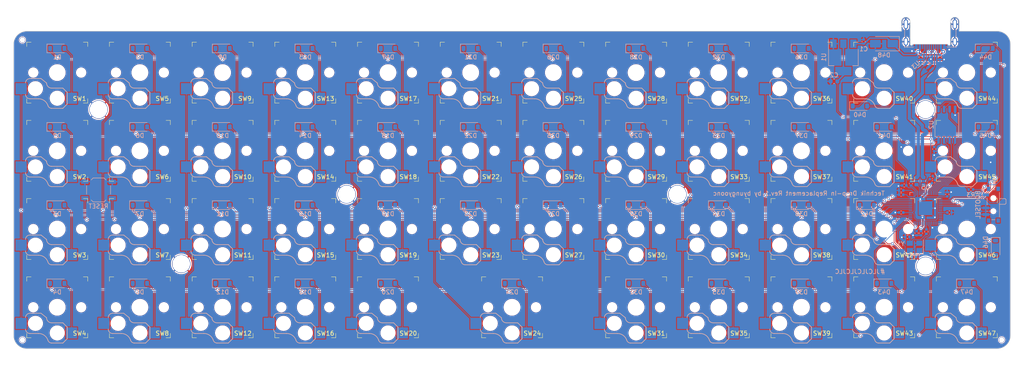
<source format=kicad_pcb>
(kicad_pcb (version 20221018) (generator pcbnew)
  (title_block (title "Technik-MIT") (date "2023-04-14") (rev "1"))
  (layers (0 "F.Cu" signal) (31 "B.Cu" signal) (34 "B.Paste" user) (35 "F.Paste" user) (36 "B.SilkS" user "B.Silkscreen") (37 "F.SilkS" user "F.Silkscreen") (38 "B.Mask" user) (39 "F.Mask" user) (44 "Edge.Cuts" user))
  (net 0 "")
  (net 1 "VBUS")
  (net 2 "GND")
  (net 3 "+3V3")
  (net 4 "Net-(U5-XIN)")
  (net 5 "Net-(C5-Pad2)")
  (net 6 "+1V1")
  (net 7 "/ROW0")
  (net 8 "Net-(D1-A)")
  (net 9 "/ROW1")
  (net 10 "Net-(D2-A)")
  (net 11 "/ROW2")
  (net 12 "Net-(D3-A)")
  (net 13 "/ROW3")
  (net 14 "Net-(D4-A)")
  (net 15 "/ROW4")
  (net 16 "Net-(D5-A)")
  (net 17 "/ROW5")
  (net 18 "Net-(D6-A)")
  (net 19 "/ROW6")
  (net 20 "Net-(D7-A)")
  (net 21 "/ROW7")
  (net 22 "Net-(D8-A)")
  (net 23 "Net-(D9-A)")
  (net 24 "Net-(D10-A)")
  (net 25 "Net-(D11-A)")
  (net 26 "Net-(D12-A)")
  (net 27 "Net-(D13-A)")
  (net 28 "Net-(D14-A)")
  (net 29 "Net-(D15-A)")
  (net 30 "Net-(D16-A)")
  (net 31 "Net-(D17-A)")
  (net 32 "Net-(D18-A)")
  (net 33 "Net-(D19-A)")
  (net 34 "Net-(D20-A)")
  (net 35 "Net-(D21-A)")
  (net 36 "Net-(D22-A)")
  (net 37 "Net-(D23-A)")
  (net 38 "Net-(D24-A)")
  (net 39 "Net-(D25-A)")
  (net 40 "Net-(D26-A)")
  (net 41 "Net-(D27-A)")
  (net 42 "Net-(D29-A)")
  (net 43 "Net-(D30-A)")
  (net 44 "Net-(D31-A)")
  (net 45 "Net-(D32-A)")
  (net 46 "Net-(D33-A)")
  (net 47 "Net-(D34-A)")
  (net 48 "Net-(D35-A)")
  (net 49 "Net-(D36-A)")
  (net 50 "Net-(D37-A)")
  (net 51 "Net-(D38-A)")
  (net 52 "Net-(D39-A)")
  (net 53 "Net-(D40-A)")
  (net 54 "Net-(D41-A)")
  (net 55 "Net-(D42-A)")
  (net 56 "Net-(D43-A)")
  (net 57 "Net-(D44-A)")
  (net 58 "Net-(D45-A)")
  (net 59 "Net-(D46-A)")
  (net 60 "Net-(D47-A)")
  (net 61 "Net-(J1-CC1)")
  (net 63 "Net-(J1-CC2)")
  (net 65 "/QSPI_SS")
  (net 66 "/USB_D+")
  (net 67 "Net-(U5-USB_DP)")
  (net 68 "/USB_D-")
  (net 69 "Net-(U5-USB_DM)")
  (net 70 "Net-(U5-XOUT)")
  (net 71 "/COL0")
  (net 72 "/COL1")
  (net 73 "/COL2")
  (net 74 "/COL3")
  (net 75 "/COL4")
  (net 76 "/COL5")
  (net 77 "Net-(U5-RUN)")
  (net 78 "/QSPI_SD1")
  (net 79 "/QSPI_SD2")
  (net 80 "/QSPI_SD0")
  (net 81 "/QSPI_SCLK")
  (net 82 "/QSPI_SD3")
  (net 85 "/SWCLK")
  (net 86 "/SWD")
  (net 101 "Net-(D28-A)")
  (net 102 "Net-(DIP1-A)")
  (footprint "Technik-MIT:ChocV1_Hotswap" (layer "F.Cu") (at 175.56875 50.8)
    (fp_text reference "SW28")
    (fp_text value "SW_Push" hide)
  )
  (footprint "Technik-MIT:ChocV1_Hotswap" (layer "F.Cu") (at 80.56875 50.8)
    (fp_text reference "SW9")
    (fp_text value "SW_Push" hide)
  )
  (footprint "Technik-MIT:ChocV1_Hotswap" (layer "F.Cu") (at 194.56875 104.8)
    (fp_text reference "SW35")
    (fp_text value "SW_Push" hide)
  )
  (footprint "Technik-MIT:ChocV1_Hotswap" (layer "F.Cu") (at 175.56875 68.8)
    (fp_text reference "SW29")
    (fp_text value "SW_Push" hide)
  )
  (footprint "Technik-MIT:ChocV1_Hotswap" (layer "F.Cu") (at 99.56875 104.8)
    (fp_text reference "SW16")
    (fp_text value "SW_Push" hide)
  )
  (footprint "Technik-MIT:ChocV1_Hotswap" (layer "F.Cu") (at 118.56875 104.8)
    (fp_text reference "SW20")
    (fp_text value "SW_Push" hide)
  )
  (footprint "Technik-MIT:ChocV1_Hotswap" (layer "F.Cu") (at 251.56875 86.8)
    (fp_text reference "SW46")
    (fp_text value "SW_Push" hide)
  )
  (footprint "Technik-MIT:Tooling Hole" (layer "F.Cu") (at 34.575 112.3)
    (fp_text reference "H9" hide)
    (fp_text value "MountingHole")
  )
  (footprint "Technik-MIT:Standoff_Hole" (layer "F.Cu") (at 71.06875 94.8)
    (fp_text reference "H2" hide)
    (fp_text value "MountingHole_Pad")
  )
  (footprint "Technik-MIT:ChocV1_Hotswap" (layer "F.Cu") (at 213.56875 86.8)
    (fp_text reference "SW38")
    (fp_text value "SW_Push" hide)
  )
  (footprint "Technik-MIT:ChocV1_Hotswap" (layer "F.Cu") (at 232.56875 68.8)
    (fp_text reference "SW41")
    (fp_text value "SW_Push" hide)
  )
  (footprint "Technik-MIT:ChocV1_Hotswap" (layer "F.Cu") (at 213.56875 50.8)
    (fp_text reference "SW36")
    (fp_text value "SW_Push" hide)
  )
  (footprint "Technik-MIT:ChocV1_Hotswap" (layer "F.Cu") (at 147.06875 104.8)
    (fp_text reference "SW24")
    (fp_text value "SW_Push" hide)
  )
  (footprint "Technik-MIT:ChocV1_Hotswap" (layer "F.Cu") (at 156.56875 50.8)
    (fp_text reference "SW25")
    (fp_text value "SW_Push" hide)
  )
  (footprint "Technik-MIT:ChocV1_Hotswap" (layer "F.Cu") (at 232.56875 104.8)
    (fp_text reference "SW43")
    (fp_text value "SW_Push" hide)
  )
  (footprint "Technik-MIT:ChocV1_Hotswap" (layer "F.Cu") (at 99.56875 50.8)
    (fp_text reference "SW13")
    (fp_text value "SW_Push" hide)
  )
  (footprint "Technik-MIT:ChocV1_Hotswap" (layer "F.Cu") (at 194.56875 86.8)
    (fp_text reference "SW34")
    (fp_text value "SW_Push" hide)
  )
  (footprint "Technik-MIT:Standoff_Hole" (layer "F.Cu") (at 109.06875 78.8)
    (fp_text reference "H3" hide)
    (fp_text value "MountingHole_Pad")
  )
  (footprint "Technik-MIT:ChocV1_Hotswap" (layer "F.Cu") (at 175.56875 104.8)
    (fp_text reference "SW31")
    (fp_text value "SW_Push" hide)
  )
  (footprint "Technik-MIT:ChocV1_Hotswap" (layer "F.Cu") (at 61.56875 104.8)
    (fp_text reference "SW8")
    (fp_text value "SW_Push" hide)
  )
  (footprint "Technik-MIT:ChocV1_Hotswap" (layer "F.Cu") (at 175.56875 86.8)
    (fp_text reference "SW30")
    (fp_text value "SW_Push" hide)
  )
  (footprint "Technik-MIT:Standoff_Hole" (layer "F.Cu") (at 242.06875 59.3)
    (fp_text reference "H5" hide)
    (fp_text value "MountingHole_Pad")
  )
  (footprint "Technik-MIT:ChocV1_Hotswap" (layer "F.Cu") (at 61.56875 50.8)
    (fp_text reference "SW5")
    (fp_text value "SW_Push" hide)
  )
  (footprint "Technik-MIT:ChocV1_Hotswap" (layer "F.Cu") (at 194.56875 68.8)
    (fp_text reference "SW33")
    (fp_text value "SW_Push" hide)
  )
  (footprint "Technik-MIT:ChocV1_Hotswap" (layer "F.Cu") (at 80.56875 86.8)
    (fp_text reference "SW11")
    (fp_text value "SW_Push" hide)
  )
  (footprint "Technik-MIT:ChocV1_Hotswap" (layer "F.Cu") (at 42.56875 50.8)
    (fp_text reference "SW1")
    (fp_text value "SW_Push" hide)
  )
  (footprint "Technik-MIT:ChocV1_Hotswap" (layer "F.Cu") (at 213.56875 68.8)
    (fp_text reference "SW37")
    (fp_text value "SW_Push" hide)
  )
  (footprint "Technik-MIT:ChocV1_Hotswap" (layer "F.Cu") (at 80.56875 68.8)
    (fp_text reference "SW10")
    (fp_text value "SW_Push" hide)
  )
  (footprint "Technik-MIT:ChocV1_Hotswap" (layer "F.Cu") (at 194.56875 50.8)
    (fp_text reference "SW32")
    (fp_text value "SW_Push" hide)
  )
  (footprint "Technik-MIT:ChocV1_Hotswap_WO_UpperRight" (layer "F.Cu") (at 232.56875 50.8)
    (fp_text reference "SW40")
    (fp_text value "SW_Push" hide)
  )
  (footprint "Technik-MIT:ChocV1_Hotswap" (layer "F.Cu") (at 137.56875 68.8)
    (fp_text reference "SW22")
    (fp_text value "SW_Push" hide)
  )
  (footprint "Technik-MIT:ChocV1_Hotswap" (layer "F.Cu") (at 42.56875 104.8)
    (fp_text reference "SW4")
    (fp_text value "SW_Push" hide)
  )
  (footprint "Technik-MIT:ChocV1_Hotswap" (layer "F.Cu") (at 118.56875 50.8)
    (fp_text reference "SW17")
    (fp_text value "SW_Push" hide)
  )
  (footprint "Technik-MIT:ChocV1_Hotswap" (layer "F.Cu") (at 232.56875 86.8)
    (fp_text reference "SW42")
    (fp_text value "SW_Push" hide)
  )
  (footprint "Technik-MIT:ChocV1_Hotswap" (layer "F.Cu") (at 61.56875 86.8)
    (fp_text reference "SW7")
    (fp_text value "SW_Push" hide)
  )
  (footprint "Technik-MIT:ChocV1_Hotswap" (layer "F.Cu") (at 61.56875 68.8)
    (fp_text reference "SW6")
    (fp_text value "SW_Push" hide)
  )
  (footprint "Technik-MIT:ChocV1_Hotswap" (layer "F.Cu") (at 99.56875 68.8)
    (fp_text reference "SW14")
    (fp_text value "SW_Push" hide)
  )
  (footprint "Technik-MIT:Tooling Hole" (layer "F.Cu") (at 34.56875 43.3)
    (fp_text reference "H8" hide)
    (fp_text value "MountingHole")
  )
  (footprint "Technik-MIT:Standoff_Hole" (layer "F.Cu") (at 242.06875 95.3)
    (fp_text reference "H6" hide)
    (fp_text value "MountingHole_Pad")
  )
  (footprint "Technik-MIT:ChocV1_Hotswap" (layer "F.Cu") (at 118.56875 68.8)
    (fp_text reference "SW18")
    (fp_text value "SW_Push" hide)
  )
  (footprint "Technik-MIT:Standoff_Hole" (layer "F.Cu") (at 52.06875 59.3)
    (fp_text reference "H1" hide)
    (fp_text value "MountingHole_Pad")
  )
  (footprint "Technik-MIT:ChocV1_Hotswap" (layer "F.Cu") (at 42.56875 86.8)
    (fp_text reference "SW3")
    (fp_text value "SW_Push" hide)
  )
  (footprint "Technik-MIT:ChocV1_Hotswap_WO_UpperLeft" (layer "F.Cu") (at 251.56875 50.8)
    (fp_text reference "SW44")
    (fp_text value "SW_Push" hide)
  )
  (footprint "Technik-MIT:ChocV1_Hotswap" (layer "F.Cu") (at 118.56875 86.8)
    (fp_text reference "SW19")
    (fp_text value "SW_Push" hide)
  )
  (footprint "Technik-MIT:Standoff_Hole" (layer "F.Cu") (at 185.06875 78.8)
    (fp_text reference "H4" hide)
    (fp_text value "MountingHole_Pad")
  )
  (footprint "Technik-MIT:ChocV1_Hotswap" (layer "F.Cu") (at 251.56875 104.8)
    (fp_text reference "SW47")
    (fp_text value "SW_Push" hide)
  )
  (footprint "Technik-MIT:ChocV1_Hotswap" (layer "F.Cu") (at 80.56875 104.8)
    (fp_text reference "SW12")
    (fp_text value "SW_Push" hide)
  )
  (footprint "Technik-MIT:ChocV1_Hotswap" (layer "F.Cu") (at 213.56875 104.8)
    (fp_text reference "SW39")
    (fp_text value "SW_Push" hide)
  )
  (footprint "Technik-MIT:ChocV1_Hotswap" (layer "F.Cu") (at 42.56875 68.8)
    (fp_text reference "SW2")
    (fp_text value "SW_Push" hide)
  )
  (footprint "Technik-MIT:ChocV1_Hotswap" (layer "F.Cu") (at 99.56875 86.8)
    (fp_text reference "SW15")
    (fp_text value "SW_Push" hide)
  )
  (footprint "Technik-MIT:ChocV1_Hotswap" (layer "F.Cu") (at 137.56875 50.8)
    (fp_text reference "SW21")
    (fp_text value "SW_Push" hide)
  )
  (footprint "Technik-MIT:ChocV1_Hotswap" (layer "F.Cu") (at 137.56875 86.8)
    (fp_text reference "SW23")
    (fp_text value "SW_Push" hide)
  )
  (footprint "Technik-MIT:ChocV1_Hotswap" (layer "F.Cu") (at 251.56875 68.8)
    (fp_text reference "SW45")
    (fp_text value "SW_Push" hide)
  )
  (footprint "Technik-MIT:ChocV1_Hotswap" (layer "F.Cu") (at 156.56875 86.8)
    (fp_text reference "SW27")
    (fp_text value "SW_Push" hide)
  )
  (footprint "Technik-MIT:ChocV1_Hotswap" (layer "F.Cu") (at 156.56875 68.8)
    (fp_text reference "SW26")
    (fp_text value "SW_Push" hide)
  )
  (footprint "Technik-MIT:Tooling Hole" (layer "F.Cu") (at 259.56875 112.3)
    (fp_text reference "H7" hide)
    (fp_text value "MountingHole")
  )
  (footprint "Diode_SMD:D_SOD-123" (layer "B.Cu") (at 118.56875 45.24375)
    (fp_text reference "D17")
    (fp_text value "1N4148")
  )
  (footprint "Capacitor_SMD:C_0402_1005Metric" (layer "B.Cu") (at 247.06875 78.8 90)
    (fp_text reference "C13" hide)
    (fp_text value "100n")
  )
  (footprint "Diode_SMD:D_SOD-123" (layer "B.Cu") (at 80.56875 99.3)
    (fp_text reference "D12")
    (fp_text value "1N4148")
  )
  (footprint "Capacitor_SMD:C_0402_1005Metric" (layer "B.Cu") (at 243.4 74.95 45)
    (fp_text reference "C11" hide)
    (fp_text value "100n")
  )
  (footprint "Capacitor_SMD:C_0402_1005Metric" (layer "B.Cu") (at 243.9 75.9 45)
    (fp_text reference "C6" hide)
    (fp_text value "100n")
  )
  (footprint "Diode_SMD:D_SOD-123" (layer "B.Cu") (at 137.56875 63.3)
    (fp_text reference "D22")
    (fp_text value "1N4148")
  )
  (footprint "Diode_SMD:D_SOD-123" (layer "B.Cu") (at 99.56875 81.3)
    (fp_text reference "D15")
    (fp_text value "1N4148")
  )
  (footprint "Diode_SMD:D_SOD-123" (layer "B.Cu") (at 175.56875 63.3)
    (fp_text reference "D29")
    (fp_text value "1N4148")
  )
  (footprint "Diode_SMD:D_SOD-123" (layer "B.Cu") (at 255.878125 45.24375)
    (fp_text reference "D44")
    (fp_text value "1N4148")
  )
  (footprint "Diode_SMD:D_SOD-123" (layer "B.Cu") (at 137.56875 45.24375)
    (fp_text reference "D21")
    (fp_text value "1N4148")
  )
  (footprint "Diode_SMD:D_SOD-123" (layer "B.Cu") (at 175.56875 99.3)
    (fp_text reference "D31")
    (fp_text value "1N4148")
  )
  (footprint "Diode_SMD:D_SOD-123" (layer "B.Cu") (at 99.56875 99.3)
    (fp_text reference "D16")
    (fp_text value "1N4148")
  )
  (footprint "Diode_SMD:D_SOD-123" (layer "B.Cu") (at 118.56875 81.3)
    (fp_text reference "D19")
    (fp_text value "1N4148")
  )
  (footprint "Diode_SMD:D_SOD-123" (layer "B.Cu") (at 147.06875 99.3)
    (fp_text reference "D24")
    (fp_text value "1N4148")
  )
  (footprint "Capacitor_SMD:C_0402_1005Metric" (layer "B.Cu") (at 244.06875 68.4 -90)
    (fp_text reference "C3" hide)
    (fp_text value "100n")
  )
  (footprint "Diode_SMD:D_SOD-123" (layer "B.Cu") (at 175.56875 45.24375)
    (fp_text reference "D28")
    (fp_text value "1N4148")
  )
  (footprint "Diode_SMD:D_SOD-123" (layer "B.Cu") (at 61.56875 81.3)
    (fp_text reference "D7")
    (fp_text value "1N4148")
  )
  (footprint "Diode_SMD:D_SOD-123" (layer "B.Cu") (at 194.56875 81.3)
    (fp_text reference "D34")
    (fp_text value "1N4148")
  )
  (footprint "Diode_SMD:D_SOD-123" (layer "B.Cu") (at 118.56875 63.3)
    (fp_text reference "D18")
    (fp_text value "1N4148")
  )
  (footprint "Capacitor_SMD:C_0402_1005Metric" (layer "B.Cu") (at 236.46875 83 180)
    (fp_text reference "C9" hide)
    (fp_text value "100n")
  )
  (footprint "Diode_SMD:D_SOD-123" (layer "B.Cu") (at 42.56875 45.24375)
    (fp_text reference "D1")
    (fp_text value "1N4148")
  )
  (footprint "Diode_SMD:D_SOD-123" (layer "B.Cu") (at 213.56875 63.3)
    (fp_text reference "D37")
    (fp_text value "1N4148")
  )
  (footprint "Diode_SMD:D_SOD-123" (layer "B.Cu") (at 80.56875 63.3)
    (fp_text reference "D10")
    (fp_text value "1N4148")
  )
  (footprint "Resistor_SMD:R_0603_1608Metric" (layer "B.Cu") (at 241.6 75.75 -90)
    (fp_text reference "R4" hide)
    (fp_text value "27.4")
  )
  (footprint "Diode_SMD:D_SOD-123" (layer "B.Cu") (at 42.56875 81.3)
    (fp_text reference "D3")
    (fp_text value "1N4148")
  )
  (footprint "Button_Switch_SMD:SW_SPDT_PCM12" (layer "B.Cu") (at 257.33875 81.2 -90)
    (fp_text reference "BOOTSEL")
    (fp_text value "BOOTSEL")
  )
  (footprint "Diode_SMD:D_SOD-123" (layer "B.Cu") (at 99.56875 45.24375)
    (fp_text reference "D13")
    (fp_text value "1N4148")
  )
  (footprint "Capacitor_SMD:C_0402_1005Metric" (layer "B.Cu") (at 237.175 76.775 180)
    (fp_text reference "C10" hide)
    (fp_text value "1u")
  )
  (footprint "Diode_SMD:D_SMA" (layer "B.Cu") (at 232.55 44.15 180)
    (fp_text reference "D48")
    (fp_text value "SMAJ5.0A")
  )
  (footprint "Diode_SMD:D_SOD-123" (layer "B.Cu") (at 80.56875 45.24375)
    (fp_text reference "D9")
    (fp_text value "1N4148")
  )
  (footprint "Diode_SMD:D_SOD-123" (layer "B.Cu") (at 227 58.5)
    (fp_text reference "D40")
    (fp_text value "1N4148")
  )
  (footprint "Capacitor_SMD:C_0603_1608Metric" (layer "B.Cu") (at 221.05 52.8 180)
    (fp_text reference "C2")
    (fp_text value "22u")
  )
  (footprint "Diode_SMD:D_SOD-123" (layer "B.Cu") (at 255.86875 63.3)
    (fp_text reference "D45")
    (fp_text value "1N4148")
  )
  (footprint "Diode_SMD:D_SOD-123" (layer "B.Cu") (at 137.56875 81.3)
    (fp_text reference "D23")
    (fp_text value "1N4148")
  )
  (footprint "Diode_SMD:D_SOD-123" (layer "B.Cu") (at 194.56875 45.24375)
    (fp_text reference "D32")
    (fp_text value "1N4148")
  )
  (footprint "Diode_SMD:D_SOD-123" (layer "B.Cu") (at 228.56875 81.3)
    (fp_text reference "D42")
    (fp_text value "1N4148")
  )
  (footprint "Diode_SMD:D_SOD-123" (layer "B.Cu") (at 213.56875 45.24375)
    (fp_text reference "D36")
    (fp_text value "1N4148")
  )
  (footprint "Capacitor_SMD:C_0402_1005Metric" (layer "B.Cu") (at 247.56875 83)
    (fp_text reference "C14" hide)
    (fp_text value "100n")
  )
  (footprint "Diode_SMD:D_SOD-123" (layer "B.Cu") (at 194.56875 63.3)
    (fp_text reference "D33")
    (fp_text value "1N4148")
  )
  (footprint "Resistor_SMD:R_0402_1005Metric" (layer "B.Cu") (at 242.26875 87.4 90)
    (fp_text reference "R6" hide)
    (fp_text value "1k")
  )
  (footprint "Resistor_SMD:R_0402_1005Metric" (layer "B.Cu") (at 252.5 77.7 180)
    (fp_text reference "R3")
    (fp_text value "1k")
  )
  (footprint "Technik-MIT:Molex-216990_GCT-USB45xx_HRO-TYPE-C-31-M-13x" (layer "B.Cu") (at 243.178125 37.575)
    (fp_text reference "J1" hide)
    (fp_text value "USB_C_Receptacle_USB2.0")
    (fp_line (start -4.62 2) (end -4.62 6.7) (stroke (width 0.12)) (layer "Edge.Cuts"))
    (fp_line (start -4.02 6.7) (end 4.02 6.7) (stroke (width 0.12)) (layer "Edge.Cuts"))
    (fp_line (start 4.62 6.7) (end 4.62 2) (stroke (width 0.12)) (layer "Edge.Cuts"))
    (fp_arc (start -4.02 6.7) (mid -4.32 7) (end -4.62 6.7) (stroke (width 0.12)) (layer "Edge.Cuts"))
    (fp_arc (start 4.62 6.7) (mid 4.32 7) (end 4.02 6.7) (stroke (width 0.12)) (layer "Edge.Cuts"))
  )
  (footprint "Diode_SMD:D_SOD-123" (layer "B.Cu") (at 61.56875 45.24375)
    (fp_text reference "D5")
    (fp_text value "1N4148")
  )
  (footprint "Diode_SMD:D_SOD-123" (layer "B.Cu") (at 251.56875 99.3)
    (fp_text reference "D47")
    (fp_text value "1N4148")
  )
  (footprint "Resistor_SMD:R_0402_1005Metric" (layer "B.Cu") (at 245.4 47.275 90)
    (fp_text reference "R2" hide)
    (fp_text value "5.1k")
  )
  (footprint "Package_DFN_QFN:QFN-56-1EP_7x7mm_P0.4mm_EP3.2x3.2mm" (layer "B.Cu") (at 242.06875 82 180)
    (fp_text reference "U5")
    (fp_text value "RP2040")
  )
  (footprint "Diode_SMD:D_SOD-123" (layer "B.Cu") (at 258.178125 91.1 -90)
    (fp_text reference "D46")
    (fp_text value "1N4148")
  )
  (footprint "Diode_SMD:D_SOD-123" (layer "B.Cu") (at 42.56875 99.3)
    (fp_text reference "D4")
    (fp_text value "1N4148")
  )
  (footprint "Capacitor_SMD:C_0402_1005Metric" (layer "B.Cu") (at 239.45 93.25)
    (fp_text reference "C4" hide)
    (fp_text value "33p")
  )
  (footprint "Diode_SMD:D_SOD-123" (layer "B.Cu") (at 61.56875 99.3)
    (fp_text reference "D8")
    (fp_text value "1N4148")
  )
  (footprint "Diode_SMD:D_SOD-123" (layer "B.Cu") (at 156.56875 81.3)
    (fp_text reference "D27")
    (fp_text value "1N4148")
  )
  (footprint "Diode_SMD:D_SOD-123" (layer "B.Cu") (at 80.56875 81.3)
    (fp_text reference "D11")
    (fp_text value "1N4148")
  )
  (footprint "Diode_SMD:D_SOD-123" (layer "B.Cu") (at 42.56875 63.3)
    (fp_text reference "D2")
    (fp_text value "1N4148")
  )
  (footprint "Capacitor_SMD:C_0402_1005Metric" (layer "B.Cu") (at 236.46875 78.9 180)
    (fp_text reference "C12" hide)
    (fp_text value "100n")
  )
  (footprint "Diode_SMD:D_SOD-123" (layer "B.Cu") (at 194.56875 99.3)
    (fp_text reference "D35")
    (fp_text value "1N4148")
  )
  (footprint "Diode_SMD:D_SOD-123" (layer "B.Cu") (at 213.56875 99.3)
    (fp_text reference "D39")
    (fp_text value "1N4148")
  )
  (footprint "Diode_SMD:D_SOD-123" (layer "B.Cu") (at 213.56875 81.3)
    (fp_text reference "D38")
    (fp_text value "1N4148")
  )
  (footprint "Diode_SMD:D_SOD-123" (layer "B.Cu") (at 156.56875 45.24375)
    (fp_text reference "D25")
    (fp_text value "1N4148")
  )
  (footprint "Diode_SMD:D_SOD-123" (layer "B.Cu") (at 232.56875 63.3)
    (fp_text reference "D41")
    (fp_text value "1N4148")
  )
  (footprint "Diode_SMD:D_SOD-123" (layer "B.Cu") (at 99.56875 63.3)
    (fp_text reference "D14")
    (fp_text value "1N4148")
  )
  (footprint "Crystal:Crystal_SMD_3225-4Pin_3.2x2.5mm" (layer "B.Cu") (at 239.56875 90.9 180)
    (fp_text reference "Y1")
    (fp_text value "Crystal_GND24")
  )
  (footprint "Capacitor_SMD:C_0402_1005Metric" (layer "B.Cu") (at 238.725 76.325 90)
    (fp_text reference "C8" hide)
    (fp_text value "1u")
  )
  (footprint "Diode_SMD:D_SOD-123" (layer "B.Cu") (at 61.56875 63.3)
    (fp_text reference "D6")
    (fp_text value "1N4148")
  )
  (footprint "Capacitor_SMD:C_0402_1005Metric" (layer "B.Cu") (at 241.01875 87.75 -90)
    (fp_text reference "C15" hide)
    (fp_text value "100n")
  )
  (footprint "Diode_SMD:D_SOD-123" (layer "B.Cu") (at 232.56875 99.3)
    (fp_text reference "D43")
    (fp_text value "1N4148")
  )
  (footprint "Button_Switch_SMD:SW_SPST_TL3342" (layer "B.Cu") (at 52.06875 77.8 180)
    (fp_text reference "RESET")
    (fp_text value "RESET")
  )
  (footprint "Diode_SMD:D_SOD-123" (layer "B.Cu") (at 118.56875 99.3)
    (fp_text reference "D20")
    (fp_text value "1N4148")
  )
  (footprint "Capacitor_SMD:C_0402_1005Metric" (layer "B.Cu") (at 227.85 43.675 90)
    (fp_text reference "C1")
    (fp_text value "1u")
  )
  (footprint "Package_TO_SOT_SMD:SOT-23-5" (layer "B.Cu") (at 242 50.25 -135)
    (fp_text reference "U3")
    (fp_text value "ESDS302")
  )
  (footprint "Diode_SMD:D_SOD-123" (layer "B.Cu") (at 156.56875 63.3)
    (fp_text reference "D26")
    (fp_text value "1N4148")
  )
  (footprint "Capacitor_SMD:C_0402_1005Metric" (layer "B.Cu") (at 240.01875 87.75 -90)
    (fp_text reference "C7" hide)
    (fp_text value "100n")
  )
  (footprint "Resistor_SMD:R_0402_1005Metric" (layer "B.Cu") (at 240.975 47.275 90)
    (fp_text reference "R1" hide)
    (fp_text value "5.1k")
  )
  (footprint "Package_TO_SOT_SMD:SOT-223-3_TabPin2" (layer "B.Cu") (at 223.2 47.3 -90)
    (fp_text reference "U1")
    (fp_text value "AMS1117-3.3")
  )
  (footprint "Package_SO:SOIC-8_5.23x5.23mm_P1.27mm" (layer "B.Cu") (at 246.96875 62.8 -90)
    (fp_text reference "U2")
    (fp_text value "W25Q128JVS")
  )
  (footprint "Diode_SMD:D_SOD-123" (layer "B.Cu") (at 175.56875 81.3)
    (fp_text reference "D30")
    (fp_text value "1N4148")
  )
  (footprint "Capacitor_SMD:C_0402_1005Metric" (layer "B.Cu") (at 237.9 88.6)
    (fp_text reference "C5" hide)
    (fp_text value "33p")
  )
  (footprint "Capacitor_SMD:C_0402_1005Metric" (layer "B.Cu") (at 236.46875 77.9 180)
    (fp_text reference "C16" hide)
    (fp_text value "100n")
  )
  (footprint "Resistor_SMD:R_0603_1608Metric" (layer "B.Cu") (at 240.025 75.75 -90)
    (fp_text reference "R5" hide)
    (fp_text value "27.4")
  )
  (gr_line (start 236.56875 41.3) (end 35.56875 41.3) (stroke (width 0.1)) (layer "Edge.Cuts"))
  (gr_arc (start 32.56875 44.3) (mid 33.44743 42.17868) (end 35.56875 41.3) (stroke (width 0.1)) (layer "Edge.Cuts"))
  (gr_arc (start 236.553125 39.05) (mid 237.553125 38.05) (end 238.553125 39.05) (stroke (width 0.1)) (layer "Edge.Cuts"))
  (gr_line (start 258.56875 41.3) (end 249.81875 41.3) (stroke (width 0.1)) (layer "Edge.Cuts"))
  (gr_arc (start 247.803125 39.05) (mid 248.803125 38.05) (end 249.803125 39.05) (stroke (width 0.1)) (layer "Edge.Cuts"))
  (gr_line (start 261.56875 111.3) (end 261.56875 44.3) (stroke (width 0.1)) (layer "Edge.Cuts"))
  (gr_line (start 236.56875 41.3) (end 236.553125 39.05) (stroke (width 0.1)) (layer "Edge.Cuts"))
  (gr_line (start 238.553125 39.05) (end 238.558125 39.575) (stroke (width 0.1)) (layer "Edge.Cuts"))
  (gr_arc (start 35.56875 114.3) (mid 33.44743 113.42132) (end 32.56875 111.3) (stroke (width 0.1)) (layer "Edge.Cuts"))
  (gr_line (start 247.803125 39.05) (end 247.798125 39.575) (stroke (width 0.1)) (layer "Edge.Cuts"))
  (gr_arc (start 261.56875 111.3) (mid 260.69007 113.42132) (end 258.56875 114.3) (stroke (width 0.1)) (layer "Edge.Cuts"))
  (gr_line (start 249.81875 41.3) (end 249.81875 39.6) (stroke (width 0.1)) (layer "Edge.Cuts"))
  (gr_line (start 35.56875 114.3) (end 258.56875 114.3) (stroke (width 0.1)) (layer "Edge.Cuts"))
  (gr_line (start 32.56875 44.3) (end 32.56875 111.3) (stroke (width 0.1)) (layer "Edge.Cuts"))
  (gr_arc (start 258.56875 41.3) (mid 260.69007 42.17868) (end 261.56875 44.3) (stroke (width 0.1)) (layer "Edge.Cuts"))
  (gr_line (start 249.803125 39.05) (end 249.81875 39.6) (stroke (width 0.1)) (layer "Edge.Cuts"))
  (gr_text "Technik Drop-In Replacement Rev.1 by byungyoonc" (at 232.778125 79.175) (layer "B.SilkS") (effects (font (size 1 1) (thickness 0.153)) (justify left bottom mirror)))
  (gr_text "#" (at 232.82 97.11) (layer "B.SilkS") (effects (font (size 1 1) (thickness 0.153)) (justify left bottom mirror)))
  (gr_text "JLCJLCJLCJLC" (at 231.65 97.17) (layer "B.SilkS") (effects (font (size 1 1) (thickness 0.153)) (justify left bottom mirror)))
  (segment (start 241.115625 46.725) (end 240.378125 45.9875) (width 0.38) (layer "F.Cu") (net 1))
  (segment (start 245.426937 46.725) (end 241.115625 46.725) (width 0.38) (layer "F.Cu") (net 1))
  (segment (start 246.16 45.991937) (end 245.426937 46.725) (width 0.38) (layer "F.Cu") (net 1))
  (via (at 240.378125 45.9875) (size 0.8) (drill 0.4) (layers "F.Cu" "B.Cu") (net 1))
  (via (at 246.16 45.991937) (size 0.8) (drill 0.4) (layers "F.Cu" "B.Cu") (net 1))
  (segment (start 237.024375 46.624375) (end 233.26 42.86) (width 0.38) (layer "B.Cu") (net 1))
  (segment (start 229.284903 42.86) (end 227.994903 44.15) (width 0.38) (layer "B.Cu") (net 1))
  (segment (start 239.74125 46.624375) (end 237.024375 46.624375) (width 0.38) (layer "B.Cu") (net 1))
  (segment (start 246.141937 45.991937) (end 245.578125 45.428125) (width 0.38) (layer "B.Cu") (net 1))
  (segment (start 227.994903 44.15) (end 225.5 44.15) (width 0.38) (layer "B.Cu") (net 1))
  (segment (start 240.778125 44.825) (end 240.778125 45.5875) (width 0.38) (layer "B.Cu") (net 1))
  (segment (start 246.16 45.991937) (end 246.141937 45.991937) (width 0.38) (layer "B.Cu") (net 1))
  (segment (start 233.26 42.86) (end 229.284903 42.86) (width 0.38) (layer "B.Cu") (net 1))
  (segment (start 245.578125 45.428125) (end 245.578125 44.825) (width 0.38) (layer "B.Cu") (net 1))
  (segment (start 240.378125 45.9875) (end 239.74125 46.624375) (width 0.38) (layer "B.Cu") (net 1))
  (segment (start 240.778125 45.5875) (end 240.378125 45.9875) (width 0.38) (layer "B.Cu") (net 1))
  (via (at 243.66875 86.5) (size 0.6) (drill 0.35) (layers "F.Cu" "B.Cu") (net 2))
  (via (at 244.24 79.99) (size 0.6) (drill 0.35) (layers "F.Cu" "B.Cu") (net 2))
  (via (at 236.61875 88.7) (size 0.6) (drill 0.35) (layers "F.Cu" "B.Cu") (net 2))
  (via (at 238.96875 45.834375) (size 0.8) (drill 0.4) (layers "F.Cu" "B.Cu") (net 2))
  (via (at 244.06875 69.8) (size 0.6) (drill 0.35) (layers "F.Cu" "B.Cu") (net 2))
  (via (at 247.96875 78.3) (size 0.6) (drill 0.35) (layers "F.Cu" "B.Cu") (net 2))
  (via (at 257.0375 71.44375) (size 0.6) (drill 0.35) (layers "F.Cu" "B.Cu") (net 2))
  (via (at 243.3 47.7) (size 0.6) (drill 0.35) (layers "F.Cu" "B.Cu") (net 2))
  (via (at 244.26 82.01) (size 0.6) (drill 0.35) (layers "F.Cu" "B.Cu") (net 2))
  (via (at 239.19875 88.23) (size 0.6) (drill 0.35) (layers "F.Cu" "B.Cu") (net 2))
  (via (at 247.525 45.525) (size 0.8) (drill 0.4) (layers "F.Cu" "B.Cu") (net 2))
  (via (at 235.85 76.9) (size 0.6) (drill 0.35) (layers "F.Cu" "B.Cu") (net 2))
  (via (at 235.11875 83) (size 0.6) (drill 0.35) (layers "F.Cu" "B.Cu") (net 2))
  (via (at 236.49375 67.925) (size 0.6) (drill 0.35) (layers "F.Cu" "B.Cu") (net 2))
  (via (at 245.25 74.55) (size 0.6) (drill 0.35) (layers "F.Cu" "B.Cu") (net 2))
  (via (at 246.35 47.8) (size 0.6) (drill 0.35) (layers "F.Cu" "B.Cu") (net 2))
  (via (at 238.05 93.25) (size 0.6) (drill 0.35) (layers "F.Cu" "B.Cu") (net 2))
  (via (at 244.22 84.1) (size 0.6) (drill 0.35) (layers "F.Cu" "B.Cu") (net 2))
  (via (at 248.87375 60.6) (size 0.6) (drill 0.35) (layers "F.Cu" "B.Cu") (net 2))
  (segment (start 243.06875 85.9) (end 243.06875 85.4375) (width 0.15) (layer "B.Cu") (net 2))
  (segment (start 239.19875 88.23) (end 241.01875 88.23) (width 0.15) (layer "B.Cu") (net 2))
  (segment (start 244.24 79.99) (end 244.07875 79.99) (width 0.15) (layer "B.Cu") (net 2))
  (segment (start 238.96875 45.834375) (end 239.978125 44.825) (width 0.4) (layer "B.Cu") (net 2))
  (segment (start 244.07875 79.99) (end 242.06875 82) (width 0.15) (layer "B.Cu") (net 2))
  (segment (start 238.05 93.25) (end 238.46875 92.83125) (width 0.15) (layer "B.Cu") (net 2))
  (segment (start 238.46875 92.83125) (end 238.46875 91.75) (width 0.15) (layer "B.Cu") (net 2))
  (segment (start 240.66875 90.05) (end 240.45 90.05) (width 0.15) (layer "B.Cu") (net 2))
  (segment (start 240.45 90.05) (end 238.75 91.75) (width 0.15) (layer "B.Cu") (net 2))
  (segment (start 244.239411 75.110589) (end 243.739411 74.610589) (width 0.15) (layer "B.Cu") (net 2))
  (segment (start 244.22 84.1) (end 244.16875 84.1) (width 0.15) (layer "B.Cu") (net 2))
  (segment (start 239.19875 88.23) (end 239.13375 88.165) (width 0.15) (layer "B.Cu") (net 2))
  (segment (start 244.239411 75.560589) (end 245.25 74.55) (width 0.15) (layer "B.Cu") (net 2))
  (segment (start 244.239411 75.560589) (end 244.239411 75.110589) (width 0.15) (layer "B.Cu") (net 2))
  (segment (start 244.25 82) (end 242.06875 82) (width 0.15) (layer "B.Cu") (net 2))
  (segment (start 244.26 82.01) (end 244.25 82) (width 0.15) (layer "B.Cu") (net 2))
  (segment (start 235.975 76.775) (end 235.85 76.9) (width 0.15) (layer "B.Cu") (net 2))
  (segment (start 243.66875 86.5) (end 243.06875 85.9) (width 0.15) (layer "B.Cu") (net 2))
  (segment (start 247.525 45.525) (end 247.078125 45.525) (width 0.4) (layer "B.Cu") (net 2))
  (segment (start 236.695 76.775) (end 235.975 76.775) (width 0.15) (layer "B.Cu") (net 2))
  (segment (start 235.98875 83) (end 235.11875 83) (width 0.15) (layer "B.Cu") (net 2))
  (segment (start 238.75 91.75) (end 238.46875 91.75) (width 0.15) (layer "B.Cu") (net 2))
  (segment (start 247.078125 45.525) (end 246.378125 44.825) (width 0.4) (layer "B.Cu") (net 2))
  (segment (start 248.87375 59.2) (end 248.87375 60.6) (width 0.15) (layer "B.Cu") (net 2))
  (segment (start 244.16875 84.1) (end 242.06875 82) (width 0.15) (layer "B.Cu") (net 2))
  (segment (start 223.1 61) (end 235 61) (width 0.15) (layer "F.Cu") (net 3))
  (segment (start 243.572059 67.225) (end 243.811443 66.985616) (width 0.15) (layer "F.Cu") (net 3))
  (segment (start 235 61) (end 235.3 61.3) (width 0.15) (layer "F.Cu") (net 3))
  (segment (start 238.2625 67.225) (end 243.572059 67.225) (width 0.15) (layer "F.Cu") (net 3))
  (segment (start 237.884835 66.847335) (end 238.2625 67.225) (width 0.15) (layer "F.Cu") (net 3))
  (via (at 235.3 61.3) (size 0.6) (drill 0.35) (layers "F.Cu" "B.Cu") (net 3))
  (via (at 237.884835 66.847335) (size 0.6) (drill 0.35) (layers "F.Cu" "B.Cu") (net 3))
  (via (at 243.811443 66.985616) (size 0.6) (drill 0.35) (layers "F.Cu" "B.Cu") (net 3))
  (via (at 223.1 61) (size 0.6) (drill 0.35) (layers "F.Cu" "B.Cu") (net 3))
  (segment (start 244.449296 84.775) (end 242.104841 84.775) (width 0.15) (layer "B.Cu") (net 3))
  (segment (start 241.86875 78.988909) (end 242.279841 79.4) (width 0.15) (layer "B.Cu") (net 3))
  (segment (start 239.86875 78.5625) (end 239.86875 79) (width 0.15) (layer "B.Cu") (net 3))
  (segment (start 237.66875 78.9) (end 236.94875 78.9) (width 0.15) (layer "B.Cu") (net 3))
  (segment (start 245.079841 79.4) (end 244.84375 79.636091) (width 0.15) (layer "B.Cu") (net 3))
  (segment (start 238.63125 83) (end 236.94875 83) (width 0.15) (layer "B.Cu") (net 3))
  (segment (start 239.46875 79.1) (end 239.46875 79.3) (width 0.15) (layer "B.Cu") (net 3))
  (segment (start 238.63125 79.4) (end 238.16875 79.4) (width 0.15) (layer "B.Cu") (net 3))
  (segment (start 239.86875 78.5625) (end 239.86875 78.19375) (width 0.15) (layer "B.Cu") (net 3))
  (segment (start 235.3 65.285) (end 236.862335 66.847335) (width 0.15) (layer "B.Cu") (net 3))
  (segment (start 238.16875 79.4) (end 237.66875 78.9) (width 0.15) (layer "B.Cu") (net 3))
  (segment (start 242.279841 79.4) (end 241.86 79.4) (width 0.15) (layer "B.Cu") (net 3))
  (segment (start 221.825 52.8) (end 221.825 59.725) (width 0.15) (layer "B.Cu") (net 3))
  (segment (start 239.46875 83.411091) (end 239.057659 83) (width 0.15) (layer "B.Cu") (net 3))
  (segment (start 237.655 76.775) (end 237.655 73.28625) (width 0.15) (layer "B.Cu") (net 3))
  (segment (start 239.46875 84.2) (end 239.46875 83.411091) (width 0.15) (layer "B.Cu") (net 3))
  (segment (start 244.397059 66.4) (end 245.06375 66.4) (width 0.15) (layer "B.Cu") (net 3))
  (segment (start 245.06375 66.925) (end 244.06875 67.92) (width 0.15) (layer "B.Cu") (net 3))
  (segment (start 239.46875 78.5625) (end 238.80625 77.9) (width 0.15) (layer "B.Cu") (net 3))
  (segment (start 241.86875 86.42) (end 241.01875 87.27) (width 0.15) (layer "B.Cu") (net 3))
  (segment (start 239.46875 79.3) (end 239.36875 79.4) (width 0.15) (layer "B.Cu") (net 3))
  (segment (start 241.86875 78.5625) (end 241.86875 77.513788) (width 0.15) (layer "B.Cu") (net 3))
  (segment (start 245.079841 83) (end 244.84375 83.236091) (width 0.15) (layer "B.Cu") (net 3))
  (segment (start 244.84375 82.875) (end 244.96875 83) (width 0.15) (layer "B.Cu") (net 3))
  (segment (start 239.86875 79) (end 239.46875 79.4) (width 0.15) (layer "B.Cu") (net 3))
  (segment (start 244.84375 84.380546) (end 244.449296 84.775) (width 0.15) (layer "B.Cu") (net 3))
  (segment (start 236.862335 66.847335) (end 237.884835 66.847335) (width 0.15) (layer "B.Cu") (net 3))
  (segment (start 245.50625 83) (end 247.08875 83) (width 0.15) (layer "B.Cu") (net 3))
  (segment (start 240.04375 84.775) (end 239.46875 84.2) (width 0.15) (layer "B.Cu") (net 3))
  (segment (start 242.104841 84.775) (end 241.86875 85.011091) (width 0.15) (layer "B.Cu") (net 3))
  (segment (start 241.632659 84.775) (end 240.04375 84.775) (width 0.15) (layer "B.Cu") (net 3))
  (segment (start 241.46875 77.913787) (end 242.465337 76.9172) (width 0.15) (layer "B.Cu") (net 3))
  (segment (start 244.84375 83.236091) (end 244.84375 84.380546) (width 0.15) (layer "B.Cu") (net 3))
  (segment (start 243.811443 66.985616) (end 244.397059 66.4) (width 0.15) (layer "B.Cu") (net 3))
  (segment (start 237.655 73.28625) (end 235.3 70.93125) (width 0.15) (layer "B.Cu") (net 3))
  (segment (start 239.36875 79.4) (end 238.63125 79.4) (width 0.15) (layer "B.Cu") (net 3))
  (segment (start 242.279841 79.4) (end 245.50625 79.4) (width 0.15) (layer "B.Cu") (net 3))
  (segment (start 245.50625 79.4) (end 245.079841 79.4) (width 0.15) (layer "B.Cu") (net 3))
  (segment (start 242.465337 75.884663) (end 243.060589 75.289411) (width 0.15) (layer "B.Cu") (net 3))
  (segment (start 223.2 51.425) (end 223.2 50.45) (width 0.38) (layer "B.Cu") (net 3))
  (segment (start 244.96875 83) (end 245.50625 83) (width 0.15) (layer "B.Cu") (net 3))
  (segment (start 242.465337 76.9172) (end 242.465337 75.884663) (width 0.15) (layer "B.Cu") (net 3))
  (segment (start 241.86 79.4) (end 241.46875 79.00875) (width 0.15) (layer "B.Cu") (net 3))
  (segment (start 241.86875 85.4375) (end 241.86875 86.42) (width 0.15) (layer "B.Cu") (net 3))
  (segment (start 246.94875 79.4) (end 247.06875 79.28) (width 0.15) (layer "B.Cu") (net 3))
  (segment (start 221.825 59.725) (end 223.1 61) (width 0.15) (layer "B.Cu") (net 3))
  (segment (start 239.46875 78.5625) (end 239.46875 79.1) (width 0.15) (layer "B.Cu") (net 3))
  (segment (start 245.06375 66.4) (end 245.06375 66.925) (width 0.15) (layer "B.Cu") (net 3))
  (segment (start 238.80625 77.9) (end 236.94875 77.9) (width 0.15) (layer "B.Cu") (net 3))
  (segment (start 235.3 70.93125) (end 235.3 65.285) (width 0.15) (layer "B.Cu") (net 3))
  (segment (start 241.46875 78.5625) (end 241.46875 77.913787) (width 0.15) (layer "B.Cu") (net 3))
  (segment (start 235.3 65.285) (end 235.3 61.3) (width 0.15) (layer "B.Cu") (net 3))
  (segment (start 244.84375 79.636091) (end 244.84375 82.875) (width 0.15) (layer "B.Cu") (net 3))
  (segment (start 239.057659 83) (end 238.63125 83) (width 0.15) (layer "B.Cu") (net 3))
  (segment (start 239.46875 79.4) (end 239.36875 79.4) (width 0.15) (layer "B.Cu") (net 3))
  (segment (start 239.46875 82.588909) (end 239.46875 79.1) (width 0.15) (layer "B.Cu") (net 3))
  (segment (start 239.86875 78.19375) (end 238.985 77.31) (width 0.15) (layer "B.Cu") (net 3))
  (segment (start 241.86875 85.011091) (end 241.632659 84.775) (width 0.15) (layer "B.Cu") (net 3))
  (segment (start 245.50625 79.4) (end 246.94875 79.4) (width 0.15) (layer "B.Cu") (net 3))
  (segment (start 223.2 44.15) (end 223.2 50.45) (width 0.38) (layer "B.Cu") (net 3))
  (segment (start 238.985 77.31) (end 238.19 77.31) (width 0.15) (layer "B.Cu") (net 3))
  (segment (start 241.46875 79.00875) (end 241.46875 78.5625) (width 0.15) (layer "B.Cu") (net 3))
  (segment (start 241.86875 78.5625) (end 241.86875 78.988909) (width 0.15) (layer "B.Cu") (net 3))
  (segment (start 238.19 77.31) (end 237.655 76.775) (width 0.15) (layer "B.Cu") (net 3))
  (segment (start 221.825 52.8) (end 223.2 51.425) (width 0.38) (layer "B.Cu") (net 3))
  (segment (start 239.057659 83) (end 239.46875 82.588909) (width 0.15) (layer "B.Cu") (net 3))
  (segment (start 245.50625 83) (end 245.079841 83) (width 0.15) (layer "B.Cu") (net 3))
  (segment (start 241.86875 85.011091) (end 241.86875 85.4375) (width 0.15) (layer "B.Cu") (net 3))
  (segment (start 242.21375 88.505) (end 241.74375 88.975) (width 0.15) (layer "B.Cu") (net 4))
  (segment (start 242.602867 88.505) (end 242.21375 88.505) (width 0.15) (layer "B.Cu") (net 4))
  (segment (start 241.74375 90.675) (end 240.66875 91.75) (width 0.15) (layer "B.Cu") (net 4))
  (segment (start 239.93 93.25) (end 240.66875 92.51125) (width 0.15) (layer "B.Cu") (net 4))
  (segment (start 240.66875 92.51125) (end 240.66875 91.75) (width 0.15) (layer "B.Cu") (net 4))
  (segment (start 242.96875 88.139117) (end 242.602867 88.505) (width 0.15) (layer "B.Cu") (net 4))
  (segment (start 241.74375 88.975) (end 241.74375 90.675) (width 0.15) (layer "B.Cu") (net 4))
  (segment (start 242.96875 86.224264) (end 242.96875 88.139117) (width 0.15) (layer "B.Cu") (net 4))
  (segment (start 242.66875 85.924264) (end 242.96875 86.224264) (width 0.15) (layer "B.Cu") (net 4))
  (segment (start 242.66875 85.4375) (end 242.66875 85.924264) (width 0.15) (layer "B.Cu") (net 4))
  (segment (start 240.95375 89.225) (end 239.29375 89.225) (width 0.15) (layer "B.Cu") (net 5))
  (segment (start 238.46875 90.05) (end 238.46875 88.68875) (width 0.15) (layer "B.Cu") (net 5))
  (segment (start 238.46875 88.68875) (end 238.38 88.6) (width 0.15) (layer "B.Cu") (net 5))
  (segment (start 242.26875 87.91) (end 240.95375 89.225) (width 0.15) (layer "B.Cu") (net 5))
  (segment (start 239.29375 89.225) (end 238.46875 90.05) (width 0.15) (layer "B.Cu") (net 5))
  (segment (start 243.003401 76.803401) (end 242.26875 77.538052) (width 0.4) (layer "F.Cu") (net 6))
  (segment (start 241.02875 86.46) (end 241.46875 86.02) (width 0.4) (layer "F.Cu") (net 6))
  (segment (start 241.46875 84.2) (end 241.36875 84.1) (width 0.4) (layer "F.Cu") (net 6))
  (segment (start 241.46875 86.02) (end 241.46875 84.2) (width 0.4) (layer "F.Cu") (net 6))
  (segment (start 242.26875 78.5) (end 240.86875 79.9) (width 0.4) (layer "F.Cu") (net 6))
  (segment (start 242.26875 77.538052) (end 242.26875 78.5) (width 0.4) (layer "F.Cu") (net 6))
  (via (at 241.36875 84.1) (size 0.6) (drill 0.35) (layers "F.Cu" "B.Cu") (net 6))
  (via (at 241.02875 86.46) (size 0.6) (drill 0.35) (layers "F.Cu" "B.Cu") (net 6))
  (via (at 240.86875 79.9) (size 0.6) (drill 0.35) (layers "F.Cu" "B.Cu") (net 6))
  (via (at 243.003401 76.803401) (size 0.6) (drill 0.35) (layers "F.Cu" "B.Cu") (net 6))
  (segment (start 238.937659 76.805) (end 238.725 76.805) (width 0.15) (layer "B.Cu") (net 6))
  (segment (start 240.82875 86.46) (end 240.01875 87.27) (width 0.15) (layer "B.Cu") (net 6))
  (segment (start 242.26875 78.5625) (end 242.26875 77.538051) (width 0.15) (layer "B.Cu") (net 6))
  (segment (start 240.26875 78.5625) (end 240.26875 78.136091) (width 0.15) (layer "B.Cu") (net 6))
  (segment (start 241.02875 86.46) (end 240.82875 86.46) (width 0.15) (layer "B.Cu") (net 6))
  (segment (start 243.560589 76.246212) (end 243.560589 76.239411) (width 0.15) (layer "B.Cu") (net 6))
  (segment (start 241.46875 86.02) (end 241.46875 85.4375) (width 0.15) (layer "B.Cu") (net 6))
  (segment (start 241.02875 86.46) (end 241.46875 86.02) (width 0.15) (layer "B.Cu") (net 6))
  (segment (start 240.26875 78.5625) (end 240.26875 79.4) (width 0.15) (layer "B.Cu") (net 6))
  (segment (start 242.26875 77.538051) (end 243.560589 76.246212) (width 0.15) (layer "B.Cu") (net 6))
  (segment (start 240.26875 78.136091) (end 238.937659 76.805) (width 0.15) (layer "B.Cu") (net 6))
  (segment (start 237.750736 48.725) (end 236.748258 47.722522) (width 0.15) (layer "F.Cu") (net 7))
  (segment (start 80.56875 47.7145) (end 42.88325 47.7145) (width 0.15) (layer "F.Cu") (net 7))
  (segment (start 260.06875 49.15) (end 259.64375 48.725) (width 0.15) (layer "F.Cu") (net 7))
  (segment (start 236.748258 47.722522) (end 230.5 47.722522) (width 0.15) (layer "F.Cu") (net 7))
  (segment (start 194.476772 47.722522) (end 194.46875 47.7145) (width 0.15) (layer "F.Cu") (net 7))
  (segment (start 156.36875 47.7145) (end 80.56875 47.7145) (width 0.15) (layer "F.Cu") (net 7))
  (segment (start 194.46875 47.7145) (end 156.36875 47.7145) (width 0.15) (layer "F.Cu") (net 7))
  (segment (start 42.88325 47.7145) (end 42.56875 47.4) (width 0.15) (layer "F.Cu") (net 7))
  (segment (start 230.5 47.722522) (end 194.476772 47.722522) (width 0.15) (layer "F.Cu") (net 7))
  (segment (start 259.64375 48.725) (end 237.750736 48.725) (width 0.15) (layer "F.Cu") (net 7))
  (via (at 156.36875 47.7145) (size 0.6) (drill 0.35) (layers "F.Cu" "B.Cu") (net 7))
  (via (at 42.56875 47.4) (size 0.6) (drill 0.35) (layers "F.Cu" "B.Cu") (net 7))
  (via (at 260.06875 49.15) (size 0.6) (drill 0.35) (layers "F.Cu" "B.Cu") (net 7))
  (via (at 80.56875 47.7145) (size 0.6) (drill 0.35) (layers "F.Cu" "B.Cu") (net 7))
  (via (at 118.56875 47.7145) (size 0.6) (drill 0.35) (layers "F.Cu" "B.Cu") (net 7))
  (via (at 230.5 47.722522) (size 0.6) (drill 0.35) (layers "F.Cu" "B.Cu") (net 7))
  (via (at 194.46875 47.7145) (size 0.6) (drill 0.35) (layers "F.Cu" "B.Cu") (net 7))
  (segment (start 226.7 58.5) (end 229.9 55.3) (width 0.15) (layer "B.Cu") (net 7))
  (segment (start 40.91875 45.75) (end 40.91875 45.24375) (width 0.15) (layer "B.Cu") (net 7))
  (segment (start 255.81875 79.6) (end 248.470116 79.6) (width 0.15) (layer "B.Cu") (net 7))
  (segment (start 256.93875 80.72) (end 255.81875 79.6) (width 0.15) (layer "B.Cu") (net 7))
  (segment (start 192.91875 46.1645) (end 194.46875 47.7145) (width 0.15) (layer "B.Cu") (net 7))
  (segment (start 154.91875 45.24375) (end 154.91875 46.2645) (width 0.15) (layer "B.Cu") (net 7))
  (segment (start 258.43875 80.72) (end 256.93875 80.72) (width 0.15) (layer "B.Cu") (net 7))
  (segment (start 259.639628 49.579122) (end 259.639628 79.519122) (width 0.15) (layer "B.Cu") (net 7))
  (segment (start 42.56875 47.4) (end 40.91875 45.75) (width 0.15) (layer "B.Cu") (net 7))
  (segment (start 116.91875 45.24375) (end 116.91875 46.0645) (width 0.15) (layer "B.Cu") (net 7))
  (segment (start 78.91875 46.0645) (end 80.56875 47.7145) (width 0.15) (layer "B.Cu") (net 7))
  (segment (start 154.91875 46.2645) (end 156.36875 47.7145) (width 0.15) (layer "B.Cu") (net 7))
  (segment (start 225.35 58.5) (end 226.7 58.5) (width 0.15) (layer "B.Cu") (net 7))
  (segment (start 259.639628 79.519122) (end 258.43875 80.72) (width 0.15) (layer "B.Cu") (net 7))
  (segment (start 248.470116 79.6) (end 247.870116 80.2) (width 0.15) (layer "B.Cu") (net 7))
  (segment (start 78.91875 45.24375) (end 78.91875 46.0645) (width 0.15) (layer "B.Cu") (net 7))
  (segment (start 192.91875 45.24375) (end 192.91875 46.1645) (width 0.15) (layer "B.Cu") (net 7))
  (segment (start 247.870116 80.2) (end 245.50625 80.2) (width 0.15) (layer "B.Cu") (net 7))
  (segment (start 116.91875 46.0645) (end 118.56875 47.7145) (width 0.15) (layer "B.Cu") (net 7))
  (segment (start 229.9 48.322522) (end 230.5 47.722522) (width 0.15) (layer "B.Cu") (net 7))
  (segment (start 260.06875 49.15) (end 259.639628 49.579122) (width 0.15) (layer "B.Cu") (net 7))
  (segment (start 229.9 55.3) (end 229.9 48.322522) (width 0.15) (layer "B.Cu") (net 7))
  (segment (start 45.86875 46.89375) (end 44.21875 45.24375) (width 0.15) (layer "B.Cu") (net 8))
  (segment (start 45.86875 56.7) (end 45.86875 46.89375) (width 0.15) (layer "B.Cu") (net 8))
  (segment (start 156.26875 65.5) (end 194.26875 65.5) (width 0.15) (layer "F.Cu") (net 9))
  (segment (start 194.26875 65.5) (end 232 65.5) (width 0.15) (layer "F.Cu") (net 9))
  (segment (start 80.16875 65.5) (end 118.16875 65.5) (width 0.15) (layer "F.Cu") (net 9))
  (segment (start 249.93 80.2) (end 254.309502 80.2) (width 0.15) (layer "F.Cu") (net 9))
  (segment (start 232 65.5) (end 258.710506 65.5) (width 0.15) (layer "F.Cu") (net 9))
  (segment (start 118.16875 65.5) (end 156.26875 65.5) (width 0.15) (layer "F.Cu") (net 9))
  (segment (start 257.01875 77.490752) (end 257.01875 76.25) (width 0.15) (layer "F.Cu") (net 9))
  (segment (start 257.01875 76.25) (end 257.26875 76) (width 0.15) (layer "F.Cu") (net 9))
  (segment (start 249.48 80.65) (end 249.93 80.2) (width 0.15) (layer "F.Cu") (net 9))
  (segment (start 42.36875 65.5) (end 80.16875 65.5) (width 0.15) (layer "F.Cu") (net 9))
  (segment (start 258.710506 65.5) (end 258.814628 65.604122) (width 0.15) (layer "F.Cu") (net 9))
  (segment (start 42.31875 65.45) (end 42.36875 65.5) (width 0.15) (layer "F.Cu") (net 9))
  (segment (start 254.309502 80.2) (end 257.01875 77.490752) (width 0.15) (layer "F.Cu") (net 9))
  (via (at 194.26875 65.5) (size 0.6) (drill 0.35) (layers "F.Cu" "B.Cu") (net 9))
  (via (at 258.814628 65.604122) (size 0.6) (drill 0.35) (layers "F.Cu" "B.Cu") (net 9))
  (via (at 42.31875 65.45) (size 0.6) (drill 0.35) (layers "F.Cu" "B.Cu") (net 9))
  (via (at 118.16875 65.5) (size 0.6) (drill 0.35) (layers "F.Cu" "B.Cu") (net 9))
  (via (at 257.26875 76) (size 0.6) (drill 0.35) (layers "F.Cu" "B.Cu") (net 9))
  (via (at 232 65.5) (size 0.6) (drill 0.35) (layers "F.Cu" "B.Cu") (net 9))
  (via (at 80.16875 65.5) (size 0.6) (drill 0.35) (layers "F.Cu" "B.Cu") (net 9))
  (via (at 156.26875 65.5) (size 0.6) (drill 0.35) (layers "F.Cu" "B.Cu") (net 9))
  (via (at 249.48 80.65) (size 0.6) (drill 0.35) (layers "F.Cu" "B.Cu") (net 9))
  (segment (start 258.16875 75.7) (end 258.91875 74.95) (width 0.15) (layer "B.Cu") (net 9))
  (segment (start 258.91875 74.95) (end 258.91875 65.708244) (width 0.15) (layer "B.Cu") (net 9))
  (segment (start 192.91875 64.15) (end 194.26875 65.5) (width 0.15) (layer "B.Cu") (net 9))
  (segment (start 78.91875 64.25) (end 80.16875 65.5) (width 0.15) (layer "B.Cu") (net 9))
  (segment (start 116.91875 63.3) (end 116.91875 64.25) (width 0.15) (layer "B.Cu") (net 9))
  (segment (start 78.91875 63.3) (end 78.91875 64.25) (width 0.15) (layer "B.Cu") (net 9))
  (segment (start 42.31875 65.45) (end 40.91875 64.05) (width 0.15) (layer "B.Cu") (net 9))
  (segment (start 249.48 80.65) (end 249.13 81) (width 0.15) (layer "B.Cu") (net 9))
  (segment (start 154.91875 64.15) (end 156.26875 65.5) (width 0.15) (layer "B.Cu") (net 9))
  (segment (start 258.91875 65.708244) (end 258.814628 65.604122) (width 0.15) (layer "B.Cu") (net 9))
  (segment (start 192.91875 63.3) (end 192.91875 64.15) (width 0.15) (layer "B.Cu") (net 9))
  (segment (start 249.13 81) (end 245.50625 81) (width 0.15) (layer "B.Cu") (net 9))
  (segment (start 40.91875 64.05) (end 40.91875 63.3) (width 0.15) (layer "B.Cu") (net 9))
  (segment (start 230.91875 64.41875) (end 230.91875 63.3) (width 0.15) (layer "B.Cu") (net 9))
  (segment (start 257.56875 75.7) (end 258.16875 75.7) (width 0.15) (layer "B.Cu") (net 9))
  (segment (start 116.91875 64.25) (end 118.16875 65.5) (width 0.15) (layer "B.Cu") (net 9))
  (segment (start 257.26875 76) (end 257.56875 75.7) (width 0.15) (layer "B.Cu") (net 9))
  (segment (start 232 65.5) (end 230.91875 64.41875) (width 0.15) (layer "B.Cu") (net 9))
  (segment (start 154.91875 63.3) (end 154.91875 64.15) (width 0.15) (layer "B.Cu") (net 9))
  (segment (start 44.21875 63.3) (end 45.86875 64.95) (width 0.15) (layer "B.Cu") (net 10))
  (segment (start 45.86875 64.95) (end 45.86875 74.7) (width 0.15) (layer "B.Cu") (net 10))
  (segment (start 42.29567 83.57308) (end 80.26875 83.57308) (width 0.15) (layer "F.Cu") (net 11))
  (segment (start 194.16875 83.57308) (end 228.16633 83.57308) (width 0.15) (layer "F.Cu") (net 11))
  (segment (start 228.16633 83.57308) (end 228.16875 83.5755) (width 0.15) (layer "F.Cu") (net 11))
  (segment (start 118.26875 83.57308) (end 156.16875 83.57308) (width 0.15) (layer "F.Cu") (net 11))
  (segment (start 156.16875 83.57308) (end 194.16875 83.57308) (width 0.15) (layer "F.Cu") (net 11))
  (segment (start 80.26875 83.57308) (end 118.26875 83.57308) (width 0.15) (layer "F.Cu") (net 11))
  (segment (start 228.16875 83.5755) (end 233.2 83.5755) (width 0.15) (layer "F.Cu") (net 11))
  (via (at 228.16875 83.5755) (size 0.6) (drill 0.35) (layers "F.Cu" "B.Cu") (net 11))
  (via (at 80.26875 83.57308) (size 0.6) (drill 0.35) (layers "F.Cu" "B.Cu") (net 11))
  (via (at 42.29567 83.57308) (size 0.6) (drill 0.35) (layers "F.Cu" "B.Cu") (net 11))
  (via (at 194.16875 83.57308) (size 0.6) (drill 0.35) (layers "F.Cu" "B.Cu") (net 11))
  (via (at 156.16875 83.57308) (size 0.6) (drill 0.35) (layers "F.Cu" "B.Cu") (net 11))
  (via (at 233.2 83.5755) (size 0.6) (drill 0.35) (layers "F.Cu" "B.Cu") (net 11))
  (via (at 118.26875 83.57308) (size 0.6) (drill 0.35) (layers "F.Cu" "B.Cu") (net 11))
  (segment (start 233.2 83.5755) (end 234.5755 82.2) (width 0.15) (layer "B.Cu") (net 11))
  (segment (start 192.91875 82.32308) (end 194.16875 83.57308) (width 0.15) (layer "B.Cu") (net 11))
  (segment (start 116.91875 82.22308) (end 118.26875 83.57308) (width 0.15) (layer "B.Cu") (net 11))
  (segment (start 42.29567 83.57308) (end 40.91875 82.19616) (width 0.15) (layer "B.Cu") (net 11))
  (segment (start 78.91875 81.3) (end 78.91875 82.22308) (width 0.15) (layer "B.Cu") (net 11))
  (segment (start 78.91875 82.22308) (end 80.26875 83.57308) (width 0.15) (layer "B.Cu") (net 11))
  (segment (start 192.91875 81.3) (end 192.91875 82.32308) (width 0.15) (layer "B.Cu") (net 11))
  (segment (start 226.91875 82.3255) (end 226.91875 81.3) (width 0.15) (layer "B.Cu") (net 11))
  (segment (start 40.91875 82.19616) (end 40.91875 81.3) (width 0.15) (layer "B.Cu") (net 11))
  (segment (start 154.91875 81.3) (end 154.91875 82.32308) (width 0.15) (layer "B.Cu") (net 11))
  (segment (start 154.91875 82.32308) (end 156.16875 83.57308) (width 0.15) (layer "B.Cu") (net 11))
  (segment (start 234.5755 82.2) (end 238.63125 82.2) (width 0.15) (layer "B.Cu") (net 11))
  (segment (start 228.16875 83.5755) (end 226.91875 82.3255) (width 0.15) (layer "B.Cu") (net 11))
  (segment (start 116.91875 81.3) (end 116.91875 82.22308) (width 0.15) (layer "B.Cu") (net 11))
  (segment (start 45.86875 82.95) (end 44.21875 81.3) (width 0.15) (layer "B.Cu") (net 12))
  (segment (start 45.86875 92.7) (end 45.86875 82.95) (width 0.15) (layer "B.Cu") (net 12))
  (segment (start 79.36875 100.670022) (end 117.36875 100.670022) (width 0.15) (layer "F.Cu") (net 13))
  (segment (start 193.46875 100.670022) (end 227.46875 100.670022) (width 0.15) (layer "F.Cu") (net 13))
  (segment (start 41.398728 100.670022) (end 79.36875 100.670022) (width 0.15) (layer "F.Cu") (net 13))
  (segment (start 230.448728 100.670022) (end 227.46875 100.670022) (width 0.15) (layer "F.Cu") (net 13))
  (segment (start 117.36875 100.670022) (end 193.46875 100.670022) (width 0.15) (layer "F.Cu") (net 13))
  (segment (start 230.46875 100.65) (end 230.448728 100.670022) (width 0.15) (layer "F.Cu") (net 13))
  (segment (start 41.36875 100.7) (end 41.398728 100.670022) (width 0.15) (layer "F.Cu") (net 13))
  (via (at 117.36875 100.670022) (size 0.6) (drill 0.35) (layers "F.Cu" "B.Cu") (net 13))
  (via (at 230.46875 100.65) (size 0.6) (drill 0.35) (layers "F.Cu" "B.Cu") (net 13))
  (via (at 193.46875 100.670022) (size 0.6) (drill 0.35) (layers "F.Cu" "B.Cu") (net 13))
  (via (at 79.36875 100.670022) (size 0.6) (drill 0.35) (layers "F.Cu" "B.Cu") (net 13))
  (via (at 41.36875 100.7) (size 0.6) (drill 0.35) (layers "F.Cu" "B.Cu") (net 13))
  (segment (start 230.51875 97.85) (end 230.51875 91.886091) (width 0.15) (layer "B.Cu") (net 13))
  (segment (start 78.91875 100.220022) (end 79.36875 100.670022) (width 0.15) (layer "B.Cu") (net 13))
  (segment (start 230.51875 91.886091) (end 238.204841 84.2) (width 0.15) (layer "B.Cu") (net 13))
  (segment (start 238.204841 84.2) (end 238.63125 84.2) (width 0.15) (layer "B.Cu") (net 13))
  (segment (start 41.36875 100.7) (end 40.91875 100.25) (width 0.15) (layer "B.Cu") (net 13))
  (segment (start 230.91875 100.2) (end 230.91875 99.3) (width 0.15) (layer "B.Cu") (net 13))
  (segment (start 116.91875 99.3) (end 116.91875 100.220022) (width 0.15) (layer "B.Cu") (net 13))
  (segment (start 192.91875 100.120022) (end 193.46875 100.670022) (width 0.15) (layer "B.Cu") (net 13))
  (segment (start 78.91875 99.3) (end 78.91875 100.220022) (width 0.15) (layer "B.Cu") (net 13))
  (segment (start 230.46875 100.65) (end 230.91875 100.2) (width 0.15) (layer "B.Cu") (net 13))
  (segment (start 230.91875 98.25) (end 230.51875 97.85) (width 0.15) (layer "B.Cu") (net 13))
  (segment (start 230.91875 99.3) (end 230.91875 98.25) (width 0.15) (layer "B.Cu") (net 13))
  (segment (start 40.91875 100.25) (end 40.91875 99.3) (width 0.15) (layer "B.Cu") (net 13))
  (segment (start 192.91875 99.3) (end 192.91875 100.120022) (width 0.15) (layer "B.Cu") (net 13))
  (segment (start 116.91875 100.220022) (end 117.36875 100.670022) (width 0.15) (layer "B.Cu") (net 13))
  (segment (start 45.86875 100.95) (end 44.21875 99.3) (width 0.15) (layer "B.Cu") (net 14))
  (segment (start 45.86875 110.7) (end 45.86875 100.95) (width 0.15) (layer "B.Cu") (net 14))
  (segment (start 254.185238 79.9) (end 248.912578 79.9) (width 0.15) (layer "F.Cu") (net 15))
  (segment (start 61.35875 47.19) (end 61.26875 47.1) (width 0.15) (layer "F.Cu") (net 15))
  (segment (start 250.99375 48.425) (end 252.56875 46.85) (width 0.15) (layer "F.Cu") (net 15))
  (segment (start 255.64375 77.075) (end 255.26875 77.45) (width 0.15) (layer "F.Cu") (net 15))
  (segment (start 255.26875 78.816488) (end 254.185238 79.9) (width 0.15) (layer "F.Cu") (net 15))
  (segment (start 213.06875 47.19) (end 175.26875 47.19) (width 0.15) (layer "F.Cu") (net 15))
  (segment (start 236.6395 47.1895) (end 237.875 48.425) (width 0.15) (layer "F.Cu") (net 15))
  (segment (start 237.875 48.425) (end 250.99375 48.425) (width 0.15) (layer "F.Cu") (net 15))
  (segment (start 137.16875 47.19) (end 99.46875 47.19) (width 0.15) (layer "F.Cu") (net 15))
  (segment (start 255.26875 77.45) (end 255.26875 78.816488) (width 0.15) (layer "F.Cu") (net 15))
  (segment (start 175.26875 47.19) (end 137.16875 47.19) (width 0.15) (layer "F.Cu") (net 15))
  (segment (start 213.06925 47.1895) (end 236.6395 47.1895) (width 0.15) (layer "F.Cu") (net 15))
  (segment (start 213.06875 47.19) (end 213.06925 47.1895) (width 0.15) (layer "F.Cu") (net 15))
  (segment (start 248.912578 79.9) (end 248.515664 80.296914) (width 0.15) (layer "F.Cu") (net 15))
  (segment (start 99.46875 47.19) (end 61.35875 47.19) (width 0.15) (layer "F.Cu") (net 15))
  (via (at 137.16875 47.19) (size 0.6) (drill 0.35) (layers "F.Cu" "B.Cu") (net 15))
  (via (at 99.46875 47.19) (size 0.6) (drill 0.35) (layers "F.Cu" "B.Cu") (net 15))
  (via (at 255.64375 77.075) (size 0.6) (drill 0.35) (layers "F.Cu" "B.Cu") (net 15))
  (via (at 248.515664 80.296914) (size 0.6) (drill 0.35) (layers "F.Cu" "B.Cu") (net 15))
  (via (at 213.06875 47.19) (size 0.6) (drill 0.35) (layers "F.Cu" "B.Cu") (net 15))
  (via (at 175.26875 47.19) (size 0.6) (drill 0.35) (layers "F.Cu" "B.Cu") (net 15))
  (via (at 61.26875 47.1) (size 0.6) (drill 0.35) (layers "F.Cu" "B.Cu") (net 15))
  (via (at 252.56875 46.85) (size 0.6) (drill 0.35) (layers "F.Cu" "B.Cu") (net 15))
  (segment (start 61.26875 47.1) (end 59.91875 45.75) (width 0.15) (layer "B.Cu") (net 15))
  (segment (start 258.21875 76.6) (end 259.339628 75.479122) (width 0.15) (layer "B.Cu") (net 15))
  (segment (start 135.91875 45.94) (end 137.16875 47.19) (width 0.15) (layer "B.Cu") (net 15))
  (segment (start 211.91875 45.24375) (end 211.91875 46.04) (width 0.15) (layer "B.Cu") (net 15))
  (segment (start 257.939521 44.41875) (end 255.053125 44.41875) (width 0.15) (layer "B.Cu") (net 15))
  (segment (start 97.91875 45.24375) (end 97.91875 45.64) (width 0.15) (layer "B.Cu") (net 15))
  (segment (start 259.339628 45.818857) (end 257.939521 44.41875) (width 0.15) (layer "B.Cu") (net 15))
  (segment (start 211.91875 46.04) (end 213.06875 47.19) (width 0.15) (layer "B.Cu") (net 15))
  (segment (start 254.175 45.24375) (end 252.56875 46.85) (width 0.15) (layer "B.Cu") (net 15))
  (segment (start 255.64375 77.075) (end 256.11875 76.6) (width 0.15) (layer "B.Cu") (net 15))
  (segment (start 254.228125 45.24375) (end 254.175 45.24375) (width 0.15) (layer "B.Cu") (net 15))
  (segment (start 259.339628 75.479122) (end 259.339628 45.818857) (width 0.15) (layer "B.Cu") (net 15))
  (segment (start 255.053125 44.41875) (end 254.228125 45.24375) (width 0.15) (layer "B.Cu") (net 15))
  (segment (start 135.91875 45.24375) (end 135.91875 45.94) (width 0.15) (layer "B.Cu") (net 15))
  (segment (start 248.515664 80.296914) (end 248.212578 80.6) (width 0.15) (layer "B.Cu") (net 15))
  (segment (start 59.91875 45.75) (end 59.91875 45.24375) (width 0.15) (layer "B.Cu") (net 15))
  (segment (start 173.91875 45.24375) (end 173.91875 45.84) (width 0.15) (layer "B.Cu") (net 15))
  (segment (start 248.212578 80.6) (end 245.50625 80.6) (width 0.15) (layer "B.Cu") (net 15))
  (segment (start 256.11875 76.6) (end 258.21875 76.6) (width 0.15) (layer "B.Cu") (net 15))
  (segment (start 173.91875 45.84) (end 175.26875 47.19) (width 0.15) (layer "B.Cu") (net 15))
  (segment (start 97.91875 45.64) (end 99.46875 47.19) (width 0.15) (layer "B.Cu") (net 15))
  (segment (start 64.86875 46.89375) (end 63.21875 45.24375) (width 0.15) (layer "B.Cu") (net 16))
  (segment (start 64.86875 56.7) (end 64.86875 46.89375) (width 0.15) (layer "B.Cu") (net 16))
  (segment (start 99.05625 64.8875) (end 136.65625 64.8875) (width 0.15) (layer "F.Cu") (net 17))
  (segment (start 60.66875 64.8) (end 60.75625 64.8875) (width 0.15) (layer "F.Cu") (net 17))
  (segment (start 250.44 81.075) (end 251.015 80.5) (width 0.15) (layer "F.Cu") (net 17))
  (segment (start 212.69375 64.9) (end 212.68125 64.8875) (width 0.15) (layer "F.Cu") (net 17))
  (segment (start 136.65625 64.8875) (end 174.48125 64.8875) (width 0.15) (layer "F.Cu") (net 17))
  (segment (start 257.36875 64.9) (end 253.44875 64.9) (width 0.15) (layer "F.Cu") (net 17))
  (segment (start 257.81875 75.3) (end 258.11875 75) (width 0.15) (layer "F.Cu") (net 17))
  (segment (start 60.75625 64.8875) (end 99.05625 64.8875) (width 0.15) (layer "F.Cu") (net 17))
  (segment (start 257.81875 77.115016) (end 257.81875 75.3) (width 0.15) (layer "F.Cu") (net 17))
  (segment (start 251.015 80.5) (end 254.433766 80.5) (width 0.15) (layer "F.Cu") (net 17))
  (segment (start 253.44875 64.9) (end 212.69375 64.9) (width 0.15) (layer "F.Cu") (net 17))
  (segment (start 254.433766 80.5) (end 257.81875 77.115016) (width 0.15) (layer "F.Cu") (net 17))
  (segment (start 174.48125 64.8875) (end 212.68125 64.8875) (width 0.15) (layer "F.Cu") (net 17))
  (via (at 250.44 81.075) (size 0.6) (drill 0.35) (layers "F.Cu" "B.Cu") (net 17))
  (via (at 212.68125 64.8875) (size 0.6) (drill 0.35) (layers "F.Cu" "B.Cu") (net 17))
  (via (at 99.05625 64.8875) (size 0.6) (drill 0.35) (layers "F.Cu" "B.Cu") (net 17))
  (via (at 136.65625 64.8875) (size 0.6) (drill 0.35) (layers "F.Cu" "B.Cu") (net 17))
  (via (at 174.48125 64.8875) (size 0.6) (drill 0.35) (layers "F.Cu" "B.Cu") (net 17))
  (via (at 253.44875 64.9) (size 0.6) (drill 0.35) (layers "F.Cu" "B.Cu") (net 17))
  (via (at 257.36875 64.9) (size 0.6) (drill 0.35) (layers "F.Cu" "B.Cu") (net 17))
  (via (at 258.11875 75) (size 0.6) (drill 0.35) (layers "F.Cu" "B.Cu") (net 17))
  (via (at 60.66875 64.8) (size 0.6) (drill 0.35) (layers "F.Cu" "B.Cu") (net 17))
  (segment (start 174.48125 64.8875) (end 173.91875 64.325) (width 0.15) (layer "B.Cu") (net 17))
  (segment (start 136.65625 64.8875) (end 135.91875 64.15) (width 0.15) (layer "B.Cu") (net 17))
  (segment (start 99.05625 64.8875) (end 97.91875 63.75) (width 0.15) (layer "B.Cu") (net 17))
  (segment (start 250.115 81.4) (end 245.50625 81.4) (width 0.15) (layer "B.Cu") (net 17))
  (segment (start 173.91875 64.325) (end 173.91875 63.3) (width 0.15) (layer "B.Cu") (net 17))
  (segment (start 212.68125 64.8875) (end 211.91875 64.125) (width 0.15) (layer "B.Cu") (net 17))
  (segment (start 97.91875 63.75) (end 97.91875 63.3) (width 0.15) (layer "B.Cu") (net 17))
  (segment (start 211.91875 64.125) (end 211.91875 63.3) (width 0.15) (layer "B.Cu") (net 17))
  (segment (start 135.91875 64.15) (end 135.91875 63.3) (width 0.15) (layer "B.Cu") (net 17))
  (segment (start 59.91875 64.05) (end 59.91875 63.3) (width 0.15) (layer "B.Cu") (net 17))
  (segment (start 258.61875 66.15) (end 257.36875 64.9) (width 0.15) (layer "B.Cu") (net 17))
  (segment (start 250.44 81.075) (end 250.115 81.4) (width 0.15) (layer "B.Cu") (net 17))
  (segment (start 254.21875 64.13) (end 254.21875 63.3) (width 0.15) (layer "B.Cu") (net 17))
  (segment (start 258.61875 74.5) (end 258.61875 66.15) (width 0.15) (layer "B.Cu") (net 17))
  (segment (start 60.66875 64.8) (end 59.91875 64.05) (width 0.15) (layer "B.Cu") (net 17))
  (segment (start 253.44875 64.9) (end 254.21875 64.13) (width 0.15) (layer "B.Cu") (net 17))
  (segment (start 258.11875 75) (end 258.61875 74.5) (width 0.15) (layer "B.Cu") (net 17))
  (segment (start 64.86875 64.95) (end 63.21875 63.3) (width 0.15) (layer "B.Cu") (net 18))
  (segment (start 64.86875 74.7) (end 64.86875 64.95) (width 0.15) (layer "B.Cu") (net 18))
  (segment (start 237.63875 92.6) (end 247.76875 92.6) (width 0.15) (layer "F.Cu") (net 19))
  (segment (start 99.56925 84.09808) (end 137.66875 84.09808) (width 0.15) (layer "F.Cu") (net 19))
  (segment (start 61.56875 84.09758) (end 99.56875 84.09758) (width 0.15) (layer "F.Cu") (net 19))
  (segment (start 99.56875 84.09758) (end 99.56925 84.09808) (width 0.15) (layer "F.Cu") (net 19))
  (segment (start 247.76875 92.6) (end 250.96875 89.4) (width 0.15) (layer "F.Cu") (net 19))
  (segment (start 137.66875 84.09808) (end 175.46875 84.09808) (width 0.15) (layer "F.Cu") (net 19))
  (segment (start 234.05 84.1) (end 213.650826 84.1) (width 0.15) (layer "F.Cu") (net 19))
  (segment (start 234.86875 89.83) (end 237.63875 92.6) (width 0.15) (layer "F.Cu") (net 19))
  (segment (start 250.96875 89.4) (end 256.76875 89.4) (width 0.15) (layer "F.Cu") (net 19))
  (segment (start 234.86875 85.3) (end 234.86875 89.83) (width 0.15) (layer "F.Cu") (net 19))
  (segment (start 213.650826 84.1) (end 213.648906 84.09808) (width 0.15) (layer "F.Cu") (net 19))
  (segment (start 175.46875 84.09808) (end 213.648906 84.09808) (width 0.15) (layer "F.Cu") (net 19))
  (via (at 213.648906 84.09808) (size 0.6) (drill 0.35) (layers "F.Cu" "B.Cu") (net 19))
  (via (at 234.05 84.1) (size 0.6) (drill 0.35) (layers "F.Cu" "B.Cu") (net 19))
  (via (at 61.56875 84.09758) (size 0.6) (drill 0.35) (layers "F.Cu" "B.Cu") (net 19))
  (via (at 99.56875 84.09758) (size 0.6) (drill 0.35) (layers "F.Cu" "B.Cu") (net 19))
  (via (at 137.66875 84.09808) (size 0.6) (drill 0.35) (layers "F.Cu" "B.Cu") (net 19))
  (via (at 175.46875 84.09808) (size 0.6) (drill 0.35) (layers "F.Cu" "B.Cu") (net 19))
  (via (at 234.86875 85.3) (size 0.6) (drill 0.35) (layers "F.Cu" "B.Cu") (net 19))
  (via (at 256.76875 89.4) (size 0.6) (drill 0.35) (layers "F.Cu" "B.Cu") (net 19))
  (segment (start 173.91875 81.3) (end 173.91875 82.54808) (width 0.15) (layer "B.Cu") (net 19))
  (segment (start 234.86875 85.3) (end 236.36875 83.8) (width 0.15) (layer "B.Cu") (net 19))
  (segment (start 59.91875 82.44758) (end 59.91875 81.3) (width 0.15) (layer "B.Cu") (net 19))
  (segment (start 258.178125 89.45) (end 256.81875 89.45) (width 0.15) (layer "B.Cu") (net 19))
  (segment (start 135.91875 81.3) (end 135.91875 82.34808) (width 0.15) (layer "B.Cu") (net 19))
  (segment (start 99.56875 84.09758) (end 97.91875 82.44758) (width 0.15) (layer "B.Cu") (net 19))
  (segment (start 213.648906 84.09808) (end 211.91875 82.367924) (width 0.15) (layer "B.Cu") (net 19))
  (segment (start 61.56875 84.09758) (end 59.91875 82.44758) (width 0.15) (layer "B.Cu") (net 19))
  (segment (start 173.91875 82.54808) (end 175.46875 84.09808) (width 0.15) (layer "B.Cu") (net 19))
  (segment (start 97.91875 82.44758) (end 97.91875 81.3) (width 0.15) (layer "B.Cu") (net 19))
  (segment (start 256.81875 89.45) (end 256.76875 89.4) (width 0.15) (layer "B.Cu") (net 19))
  (segment (start 135.91875 82.34808) (end 137.66875 84.09808) (width 0.15) (layer "B.Cu") (net 19))
  (segment (start 234.05 84.1) (end 234.35 83.8) (width 0.15) (layer "B.Cu") (net 19))
  (segment (start 234.35 83.8) (end 238.63125 83.8) (width 0.15) (layer "B.Cu") (net 19))
  (segment (start 211.91875 82.367924) (end 211.91875 81.3) (width 0.15) (layer "B.Cu") (net 19))
  (segment (start 64.86875 82.95) (end 63.21875 81.3) (width 0.15) (layer "B.Cu") (net 20))
  (segment (start 64.86875 92.7) (end 64.86875 82.95) (width 0.15) (layer "B.Cu") (net 20))
  (segment (start 212.76875 101.2) (end 174.76875 101.2) (width 0.15) (layer "F.Cu") (net 21))
  (segment (start 236.61875 101.2) (end 249.05875 101.2) (width 0.15) (layer "F.Cu") (net 21))
  (segment (start 249.05875 101.2) (end 249.08875 101.23) (width 0.15) (layer "F.Cu") (net 21))
  (segment (start 174.76875 101.2) (end 146.36875 101.2) (width 0.15) (layer "F.Cu") (net 21))
  (segment (start 236.61875 101.2) (end 212.76875 101.2) (width 0.15) (layer "F.Cu") (net 21))
  (segment (start 146.36875 101.2) (end 98.86875 101.2) (width 0.15) (layer "F.Cu") (net 21))
  (segment (start 98.86875 101.2) (end 60.86875 101.2) (width 0.15) (layer "F.Cu") (net 21))
  (via (at 146.36875 101.2) (size 0.6) (drill 0.35) (layers "F.Cu" "B.Cu") (net 21))
  (via (at 236.61875 101.2) (size 0.6) (drill 0.35) (layers "F.Cu" "B.Cu") (net 21))
  (via (at 60.86875 101.2) (size 0.6) (drill 0.35) (layers "F.Cu" "B.Cu") (net 21))
  (via (at 98.86875 101.2) (size 0.6) (drill 0.35) (layers "F.Cu" "B.Cu") (net 21))
  (via (at 174.76875 101.2) (size 0.6) (drill 0.35) (layers "F.Cu" "B.Cu") (net 21))
  (via (at 212.76875 101.2) (size 0.6) (drill 0.35) (layers "F.Cu" "B.Cu") (net 21))
  (via (at 249.08875 101.23) (size 0.6) (drill 0.35) (layers "F.Cu" "B.Cu") (net 21))
  (segment (start 238.26875 84.6) (end 238.63125 84.6) (width 0.15) (layer "B.Cu") (net 21))
  (segment (start 249.91875 100.4) (end 249.91875 99.3) (width 0.15) (layer "B.Cu") (net 21))
  (segment (start 97.91875 99.3) (end 97.91875 100.25) (width 0.15) (layer "B.Cu") (net 21))
  (segment (start 236.61875 101.2) (end 237.39375 100.425) (width 0.15) (layer "B.Cu") (net 21))
  (segment (start 237.39375 90.750736) (end 235.66875 89.025736) (width 0.15) (layer "B.Cu") (net 21))
  (segment (start 97.91875 100.25) (end 98.86875 101.2) (width 0.15) (layer "B.Cu") (net 21))
  (segment (start 173.91875 100.35) (end 174.76875 101.2) (width 0.15) (layer "B.Cu") (net 21))
  (segment (start 59.91875 100.25) (end 59.91875 99.3) (width 0.15) (layer "B.Cu") (net 21))
  (segment (start 173.91875 99.3) (end 173.91875 100.35) (width 0.15) (layer "B.Cu") (net 21))
  (segment (start 145.41875 99.3) (end 145.41875 100.25) (width 0.15) (layer "B.Cu") (net 21))
  (segment (start 211.91875 100.35) (end 212.76875 101.2) (width 0.15) (layer "B.Cu") (net 21))
  (segment (start 237.39375 100.425) (end 237.39375 90.750736) (width 0.15) (layer "B.Cu") (net 21))
  (segment (start 60.86875 101.2) (end 59.91875 100.25) (width 0.15) (layer "B.Cu") (net 21))
  (segment (start 235.66875 89.025736) (end 235.66875 87.2) (width 0.15) (layer "B.Cu") (net 21))
  (segment (start 145.41875 100.25) (end 146.36875 101.2) (width 0.15) (layer "B.Cu") (net 21))
  (segment (start 249.08875 101.23) (end 249.91875 100.4) (width 0.15) (layer "B.Cu") (net 21))
  (segment (start 211.91875 99.3) (end 211.91875 100.35) (width 0.15) (layer "B.Cu") (net 21))
  (segment (start 235.66875 87.2) (end 238.26875 84.6) (width 0.15) (layer "B.Cu") (net 21))
  (segment (start 64.86875 110.7) (end 64.86875 100.95) (width 0.15) (layer "B.Cu") (net 22))
  (segment (start 64.86875 100.95) (end 63.21875 99.3) (width 0.15) (layer "B.Cu") (net 22))
  (segment (start 83.86875 46.89375) (end 82.21875 45.24375) (width 0.15) (layer "B.Cu") (net 23))
  (segment (start 83.86875 56.7) (end 83.86875 46.89375) (width 0.15) (layer "B.Cu") (net 23))
  (segment (start 82.21875 63.3) (end 83.86875 64.95) (width 0.15) (layer "B.Cu") (net 24))
  (segment (start 83.86875 64.95) (end 83.86875 74.7) (width 0.15) (layer "B.Cu") (net 24))
  (segment (start 83.86875 92.7) (end 83.86875 82.95) (width 0.15) (layer "B.Cu") (net 25))
  (segment (start 83.86875 82.95) (end 82.21875 81.3) (width 0.15) (layer "B.Cu") (net 25))
  (segment (start 83.86875 100.95) (end 82.21875 99.3) (width 0.15) (layer "B.Cu") (net 26))
  (segment (start 83.86875 110.7) (end 83.86875 100.95) (width 0.15) (layer "B.Cu") (net 26))
  (segment (start 102.86875 56.7) (end 102.86875 46.89375) (width 0.15) (layer "B.Cu") (net 27))
  (segment (start 102.86875 46.89375) (end 101.21875 45.24375) (width 0.15) (layer "B.Cu") (net 27))
  (segment (start 102.86875 74.7) (end 102.86875 64.95) (width 0.15) (layer "B.Cu") (net 28))
  (segment (start 102.86875 64.95) (end 101.21875 63.3) (width 0.15) (layer "B.Cu") (net 28))
  (segment (start 102.86875 92.7) (end 102.86875 82.95) (width 0.15) (layer "B.Cu") (net 29))
  (segment (start 102.86875 82.95) (end 101.21875 81.3) (width 0.15) (layer "B.Cu") (net 29))
  (segment (start 102.86875 110.7) (end 102.86875 100.95) (width 0.15) (layer "B.Cu") (net 30))
  (segment (start 102.86875 100.95) (end 101.21875 99.3) (width 0.15) (layer "B.Cu") (net 30))
  (segment (start 121.86875 56.7) (end 121.86875 46.89375) (width 0.15) (layer "B.Cu") (net 31))
  (segment (start 121.86875 46.89375) (end 120.21875 45.24375) (width 0.15) (layer "B.Cu") (net 31))
  (segment (start 121.86875 64.95) (end 121.86875 74.7) (width 0.15) (layer "B.Cu") (net 32))
  (segment (start 120.21875 63.3) (end 121.86875 64.95) (width 0.15) (layer "B.Cu") (net 32))
  (segment (start 121.86875 92.7) (end 121.86875 82.95) (width 0.15) (layer "B.Cu") (net 33))
  (segment (start 121.86875 82.95) (end 120.21875 81.3) (width 0.15) (layer "B.Cu") (net 33))
  (segment (start 121.86875 110.7) (end 121.86875 100.95) (width 0.15) (layer "B.Cu") (net 34))
  (segment (start 121.86875 100.95) (end 120.21875 99.3) (width 0.15) (layer "B.Cu") (net 34))
  (segment (start 140.86875 46.89375) (end 140.86875 56.7) (width 0.15) (layer "B.Cu") (net 35))
  (segment (start 139.21875 45.24375) (end 140.86875 46.89375) (width 0.15) (layer "B.Cu") (net 35))
  (segment (start 140.86875 64.95) (end 139.21875 63.3) (width 0.15) (layer "B.Cu") (net 36))
  (segment (start 140.86875 74.7) (end 140.86875 64.95) (width 0.15) (layer "B.Cu") (net 36))
  (segment (start 140.86875 92.7) (end 140.86875 82.95) (width 0.15) (layer "B.Cu") (net 37))
  (segment (start 140.86875 82.95) (end 139.21875 81.3) (width 0.15) (layer "B.Cu") (net 37))
  (segment (start 150.36875 100.95) (end 148.71875 99.3) (width 0.15) (layer "B.Cu") (net 38))
  (segment (start 150.36875 110.7) (end 150.36875 100.95) (width 0.15) (layer "B.Cu") (net 38))
  (segment (start 159.86875 46.89375) (end 158.21875 45.24375) (width 0.15) (layer "B.Cu") (net 39))
  (segment (start 159.86875 56.7) (end 159.86875 46.89375) (width 0.15) (layer "B.Cu") (net 39))
  (segment (start 159.86875 64.95) (end 158.21875 63.3) (width 0.15) (layer "B.Cu") (net 40))
  (segment (start 159.86875 74.7) (end 159.86875 64.95) (width 0.15) (layer "B.Cu") (net 40))
  (segment (start 159.86875 92.7) (end 159.86875 82.95) (width 0.15) (layer "B.Cu") (net 41))
  (segment (start 159.86875 82.95) (end 158.21875 81.3) (width 0.15) (layer "B.Cu") (net 41))
  (segment (start 177.21875 63.3) (end 178.86875 64.95) (width 0.15) (layer "B.Cu") (net 42))
  (segment (start 178.86875 64.95) (end 178.86875 74.7) (width 0.15) (layer "B.Cu") (net 42))
  (segment (start 177.21875 81.3) (end 178.86875 82.95) (width 0.15) (layer "B.Cu") (net 43))
  (segment (start 178.86875 82.95) (end 178.86875 92.7) (width 0.15) (layer "B.Cu") (net 43))
  (segment (start 178.86875 100.95) (end 177.21875 99.3) (width 0.15) (layer "B.Cu") (net 44))
  (segment (start 178.86875 110.7) (end 178.86875 100.95) (width 0.15) (layer "B.Cu") (net 44))
  (segment (start 197.86875 56.7) (end 197.86875 46.89375) (width 0.15) (layer "B.Cu") (net 45))
  (segment (start 197.86875 46.89375) (end 196.21875 45.24375) (width 0.15) (layer "B.Cu") (net 45))
  (segment (start 197.86875 74.7) (end 197.86875 64.95) (width 0.15) (layer "B.Cu") (net 46))
  (segment (start 197.86875 64.95) (end 196.21875 63.3) (width 0.15) (layer "B.Cu") (net 46))
  (segment (start 197.86875 92.7) (end 197.86875 82.95) (width 0.15) (layer "B.Cu") (net 47))
  (segment (start 197.86875 82.95) (end 196.21875 81.3) (width 0.15) (layer "B.Cu") (net 47))
  (segment (start 197.86875 100.95) (end 196.21875 99.3) (width 0.15) (layer "B.Cu") (net 48))
  (segment (start 197.86875 110.7) (end 197.86875 100.95) (width 0.15) (layer "B.Cu") (net 48))
  (segment (start 216.86875 46.89375) (end 215.21875 45.24375) (width 0.15) (layer "B.Cu") (net 49))
  (segment (start 216.86875 56.7) (end 216.86875 46.89375) (width 0.15) (layer "B.Cu") (net 49))
  (segment (start 216.86875 64.95) (end 216.86875 74.7) (width 0.15) (layer "B.Cu") (net 50))
  (segment (start 215.21875 63.3) (end 216.86875 64.95) (width 0.15) (layer "B.Cu") (net 50))
  (segment (start 216.86875 82.95) (end 215.21875 81.3) (width 0.15) (layer "B.Cu") (net 51))
  (segment (start 216.86875 92.7) (end 216.86875 82.95) (width 0.15) (layer "B.Cu") (net 51))
  (segment (start 215.21875 99.3) (end 216.86875 100.95) (width 0.15) (layer "B.Cu") (net 52))
  (segment (start 216.86875 100.95) (end 216.86875 110.7) (width 0.15) (layer "B.Cu") (net 52))
  (segment (start 235.86875 56.7) (end 234.04375 58.525) (width 0.15) (layer "B.Cu") (net 53))
  (segment (start 234.04375 58.525) (end 228.675 58.525) (width 0.15) (layer "B.Cu") (net 53))
  (segment (start 228.675 58.525) (end 228.65 58.5) (width 0.15) (layer "B.Cu") (net 53))
  (segment (start 234.85 73.68125) (end 234.85 63.93125) (width 0.15) (layer "B.Cu") (net 54))
  (segment (start 235.86875 74.7) (end 234.85 73.68125) (width 0.15) (layer "B.Cu") (net 54))
  (segment (start 234.85 63.93125) (end 234.21875 63.3) (width 0.15) (layer "B.Cu") (net 54))
  (segment (start 232.16875 89) (end 230.86875 89) (width 0.15) (layer "F.Cu") (net 55))
  (segment (start 234.45 90.15) (end 233.31875 90.15) (width 0.15) (layer "F.Cu") (net 55))
  (segment (start 233.31875 90.15) (end 232.16875 89) (width 0.15) (layer "F.Cu") (net 55))
  (via (at 234.45 90.15) (size 0.6) (drill 0.35) (layers "F.Cu" "B.Cu") (net 55))
  (via (at 230.86875 89) (size 0.6) (drill 0.35) (layers "F.Cu" "B.Cu") (net 55))
  (segment (start 230.21875 88.35) (end 230.21875 81.3) (width 0.15) (layer "B.Cu") (net 55))
  (segment (start 235.86875 91.56875) (end 235.86875 92.7) (width 0.15) (layer "B.Cu") (net 55))
  (segment (start 230.86875 89) (end 230.21875 88.35) (width 0.15) (layer "B.Cu") (net 55))
  (segment (start 234.45 90.15) (end 235.86875 91.56875) (width 0.15) (layer "B.Cu") (net 55))
  (segment (start 235.86875 110.7) (end 235.86875 100.95) (width 0.15) (layer "B.Cu") (net 56))
  (segment (start 235.86875 100.95) (end 234.21875 99.3) (width 0.15) (layer "B.Cu") (net 56))
  (segment (start 254.86875 56.7) (end 254.86875 47.903125) (width 0.15) (layer "B.Cu") (net 57))
  (segment (start 254.86875 47.903125) (end 257.528125 45.24375) (width 0.15) (layer "B.Cu") (net 57))
  (segment (start 257.51875 63.3) (end 254.86875 65.95) (width 0.15) (layer "B.Cu") (net 58))
  (segment (start 254.86875 65.95) (end 254.86875 74.7) (width 0.15) (layer "B.Cu") (net 58))
  (segment (start 258.128125 92.7) (end 258.178125 92.75) (width 0.15) (layer "B.Cu") (net 59))
  (segment (start 254.86875 92.7) (end 258.128125 92.7) (width 0.15) (layer "B.Cu") (net 59))
  (segment (start 254.86875 100.95) (end 253.21875 99.3) (width 0.15) (layer "B.Cu") (net 60))
  (segment (start 254.86875 110.7) (end 254.604968 110.7) (width 0.15) (layer "B.Cu") (net 60))
  (segment (start 254.86875 110.436218) (end 254.86875 100.95) (width 0.15) (layer "B.Cu") (net 60))
  (segment (start 254.604968 110.7) (end 254.86875 110.436218) (width 0.15) (layer "B.Cu") (net 60))
  (segment (start 241.928125 45.646141) (end 240.975 46.599266) (width 0.25) (layer "B.Cu") (net 61))
  (segment (start 241.928125 44.825) (end 241.928125 45.646141) (width 0.25) (layer "B.Cu") (net 61))
  (segment (start 240.975 46.599266) (end 240.975 46.765) (width 0.25) (layer "B.Cu") (net 61))
  (segment (start 244.928125 44.825) (end 244.928125 46.293125) (width 0.25) (layer "B.Cu") (net 63))
  (segment (start 244.928125 46.293125) (end 245.4 46.765) (width 0.25) (layer "B.Cu") (net 63))
  (segment (start 251.04 76.75) (end 251.99 77.7) (width 0.15) (layer "B.Cu") (net 65))
  (segment (start 244.66875 78.5625) (end 244.66875 78.13125) (width 0.15) (layer "B.Cu") (net 65))
  (segment (start 250.06875 58.425736) (end 249.233014 57.59) (width 0.15) (layer "B.Cu") (net 65))
  (segment (start 244.66875 78.13125) (end 246.05 76.75) (width 0.15) (layer "B.Cu") (net 65))
  (segment (start 246.61342 57.59) (end 245.06375 59.13967) (width 0.15) (layer "B.Cu") (net 65))
  (segment (start 249.89375 70.95368) (end 249.46875 70.52868) (width 0.15) (layer "B.Cu") (net 65))
  (segment (start 249.233014 57.59) (end 246.61342 57.59) (width 0.15) (layer "B.Cu") (net 65))
  (segment (start 247.02101 76.75) (end 251.04 76.75) (width 0.15) (layer "B.Cu") (net 65))
  (segment (start 250.06875 67.436218) (end 250.06875 58.425736) (width 0.15) (layer "B.Cu") (net 65))
  (segment (start 245.06375 59.13967) (end 245.06375 59.2) (width 0.15) (layer "B.Cu") (net 65))
  (segment (start 249.89375 73.87726) (end 249.89375 70.95368) (width 0.15) (layer "B.Cu") (net 65))
  (segment (start 246.05 76.75) (end 247.02101 76.75) (width 0.15) (layer "B.Cu") (net 65))
  (segment (start 249.46875 68.036218) (end 250.06875 67.436218) (width 0.15) (layer "B.Cu") (net 65))
  (segment (start 249.46875 70.52868) (end 249.46875 68.036218) (width 0.15) (layer "B.Cu") (net 65))
  (segment (start 247.02101 76.75) (end 249.89375 73.87726) (width 0.15) (layer "B.Cu") (net 65))
  (segment (start 244.14325 46.025) (end 242.928125 46.025) (width 0.25) (layer "F.Cu") (net 66))
  (via (at 244.14325 46.025) (size 0.6) (drill 0.35) (layers "F.Cu" "B.Cu") (net 66))
  (via (at 242.928125 46.025) (size 0.6) (drill 0.35) (layers "F.Cu" "B.Cu") (net 66))
  (segment (start 244.14325 46.025) (end 244.14325 49.450252) (width 0.25) (layer "B.Cu") (net 66))
  (segment (start 241.867417 51.726085) (end 241.343772 52.24973) (width 0.8) (layer "B.Cu") (net 66))
  (segment (start 244.14325 49.450252) (end 241.867417 51.726085) (width 0.25) (layer "B.Cu") (net 66))
  (segment (start 241.343749 65.5) (end 241.343749 74.668749) (width 0.8) (layer "B.Cu") (net 66))
  (segment (start 241.847312 65.025) (end 241.818749 65.025) (width 0.8) (layer "B.Cu") (net 66))
  (segment (start 242.928125 46.025) (end 242.928125 44.825) (width 0.25) (layer "B.Cu") (net 66))
  (segment (start 241.343772 52.24973) (end 241.343772 55.46848) (width 0.8) (layer "B.Cu") (net 66))
  (segment (start 241.343772 55.46848) (end 239.31875 57.493502) (width 0.8) (layer "B.Cu") (net 66))
  (segment (start 239.31875 60.956498) (end 241.343749 62.981497) (width 0.8) (layer "B.Cu") (net 66))
  (segment (start 243.928125 45.809875) (end 243.928125 44.825) (width 0.25) (layer "B.Cu") (net 66))
  (segment (start 244.14325 46.025) (end 243.928125 45.809875) (width 0.25) (layer "B.Cu") (net 66))
  (segment (start 239.31875 57.493502) (end 239.31875 60.956498) (width 0.8) (layer "B.Cu") (net 66))
  (segment (start 241.343749 62.981497) (end 241.343749 63.6) (width 0.8) (layer "B.Cu") (net 66))
  (segment (start 241.818749 64.075) (end 241.847312 64.075) (width 0.8) (layer "B.Cu") (net 66))
  (segment (start 241.343749 74.668749) (end 241.6 74.925) (width 0.8) (layer "B.Cu") (net 66))
  (arc (start 242.322312 64.55) (mid 242.183188 64.885876) (end 241.847312 65.025) (width 0.8) (layer "B.Cu") (net 66))
  (arc (start 241.343749 63.6) (mid 241.482873 63.935876) (end 241.818749 64.075) (width 0.8) (layer "B.Cu") (net 66))
  (arc (start 241.847312 64.075) (mid 242.183188 64.214124) (end 242.322312 64.55) (width 0.8) (layer "B.Cu") (net 66))
  (arc (start 241.818749 65.025) (mid 241.482873 65.164124) (end 241.343749 65.5) (width 0.8) (layer "B.Cu") (net 66))
  (segment (start 241.06875 78.5625) (end 241.06875 77.10625) (width 0.15) (layer "B.Cu") (net 67))
  (segment (start 241.06875 77.10625) (end 241.6 76.575) (width 0.15) (layer "B.Cu") (net 67))
  (segment (start 240.393772 50.512726) (end 240.393772 55.074978) (width 0.8) (layer "B.Cu") (net 68))
  (segment (start 240.523915 50.382583) (end 240.393772 50.512726) (width 0.8) (layer "B.Cu") (net 68))
  (segment (start 238.36875 57.1) (end 238.36875 61.35) (width 0.8) (layer "B.Cu") (net 68))
  (segment (start 242.428125 45.711827) (end 242.25 45.889952) (width 0.25) (layer "B.Cu") (net 68))
  (segment (start 240.393772 55.074978) (end 238.36875 57.1) (width 0.8) (layer "B.Cu") (net 68))
  (segment (start 240.393749 74.556251) (end 240.025 74.925) (width 0.8) (layer "B.Cu") (net 68))
  (segment (start 243.428125 44.825) (end 243.428125 45.711827) (width 0.25) (layer "B.Cu") (net 68))
  (segment (start 243.428125 45.711827) (end 243.525 45.808702) (width 0.25) (layer "B.Cu") (net 68))
  (segment (start 242.25 45.889952) (end 242.25 48.656498) (width 0.25) (layer "B.Cu") (net 68))
  (segment (start 242.25 48.656498) (end 240.523915 50.382583) (width 0.25) (layer "B.Cu") (net 68))
  (segment (start 238.36875 61.35) (end 240.393749 63.374999) (width 0.8) (layer "B.Cu") (net 68))
  (segment (start 243.525 45.808702) (end 243.525 46.241298) (width 0.25) (layer "B.Cu") (net 68))
  (segment (start 240.393749 63.374999) (end 240.393749 74.556251) (width 0.8) (layer "B.Cu") (net 68))
  (segment (start 242.428125 44.825) (end 242.428125 45.711827) (width 0.25) (layer "B.Cu") (net 68))
  (segment (start 243.525 46.241298) (end 242.25 47.516298) (width 0.25) (layer "B.Cu") (net 68))
  (segment (start 240.66875 78.5625) (end 240.66875 77.21875) (width 0.15) (layer "B.Cu") (net 69))
  (segment (start 240.66875 77.21875) (end 240.025 76.575) (width 0.15) (layer "B.Cu") (net 69))
  (segment (start 242.26875 85.4375) (end 242.26875 86.89) (width 0.15) (layer "B.Cu") (net 70))
  (segment (start 230.981055 83.051) (end 230.745635 82.81558) (width 0.15) (layer "F.Cu") (net 71))
  (segment (start 53.06875 82.5) (end 34.26875 82.5) (width 0.15) (layer "F.Cu") (net 71))
  (segment (start 232.4 83.051) (end 230.981055 83.051) (width 0.15) (layer "F.Cu") (net 71))
  (segment (start 230.745635 82.81558) (end 53.38433 82.81558) (width 0.15) (layer "F.Cu") (net 71))
  (segment (start 53.38433 82.81558) (end 53.06875 82.5) (width 0.15) (layer "F.Cu") (net 71))
  (via (at 53.06875 82.5) (size 0.6) (drill 0.35) (layers "F.Cu" "B.Cu") (net 71))
  (via (at 232.4 83.051) (size 0.6) (drill 0.35) (layers "F.Cu" "B.Cu") (net 71))
  (via (at 34.26875 82.5) (size 0.6) (drill 0.35) (layers "F.Cu" "B.Cu") (net 71))
  (segment (start 53.26875 54.5) (end 53.26875 56.65) (width 0.15) (layer "B.Cu") (net 71))
  (segment (start 54.76875 58.15) (end 54.76875 60.569023) (width 0.15) (layer "B.Cu") (net 71))
  (segment (start 233.651 81.8) (end 238.63125 81.8) (width 0.15) (layer "B.Cu") (net 71))
  (segment (start 34.26875 54.5) (end 34.26875 82.5) (width 0.15) (layer "B.Cu") (net 71))
  (segment (start 53.06875 62.269023) (end 53.06875 108.3) (width 0.15) (layer "B.Cu") (net 71))
  (segment (start 54.76875 60.569023) (end 53.06875 62.269023) (width 0.15) (layer "B.Cu") (net 71))
  (segment (start 232.4 83.051) (end 233.651 81.8) (width 0.15) (layer "B.Cu") (net 71))
  (segment (start 34.26875 82.5) (end 34.26875 108.5) (width 0.15) (layer "B.Cu") (net 71))
  (segment (start 53.06875 108.3) (end 53.26875 108.5) (width 0.15) (layer "B.Cu") (net 71))
  (segment (start 53.26875 56.65) (end 54.76875 58.15) (width 0.15) (layer "B.Cu") (net 71))
  (segment (start 231.6 82.5265) (end 231.58908 82.51558) (width 0.15) (layer "F.Cu") (net 72))
  (segment (start 72.26875 82) (end 91.26875 82) (width 0.15) (layer "F.Cu") (net 72))
  (segment (start 91.78433 82.51558) (end 91.26875 82) (width 0.15) (layer "F.Cu") (net 72))
  (segment (start 231.58908 82.51558) (end 91.78433 82.51558) (width 0.15) (layer "F.Cu") (net 72))
  (via (at 91.26875 82) (size 0.6) (drill 0.35) (layers "F.Cu" "B.Cu") (net 72))
  (via (at 231.6 82.5265) (size 0.6) (drill 0.35) (layers "F.Cu" "B.Cu") (net 72))
  (via (at 72.26875 82) (size 0.6) (drill 0.35) (layers "F.Cu" "B.Cu") (net 72))
  (segment (start 91.26875 82) (end 91.26875 54.5) (width 0.15) (layer "B.Cu") (net 72))
  (segment (start 72.26875 54.5) (end 72.26875 82) (width 0.15) (layer "B.Cu") (net 72))
  (segment (start 73.71875 93.525) (end 73.71875 96.2) (width 0.15) (layer "B.Cu") (net 72))
  (segment (start 72.26875 82) (end 72.26875 92.075) (width 0.15) (layer "B.Cu") (net 72))
  (segment (start 232.7265 81.4) (end 238.63125 81.4) (width 0.15) (layer "B.Cu") (net 72))
  (segment (start 72.26875 97.65) (end 72.26875 108.5) (width 0.15) (layer "B.Cu") (net 72))
  (segment (start 73.71875 96.2) (end 72.26875 97.65) (width 0.15) (layer "B.Cu") (net 72))
  (segment (start 91.26875 108.5) (end 91.26875 82) (width 0.15) (layer "B.Cu") (net 72))
  (segment (start 231.6 82.5265) (end 232.7265 81.4) (width 0.15) (layer "B.Cu") (net 72))
  (segment (start 72.26875 92.075) (end 73.71875 93.525) (width 0.15) (layer "B.Cu") (net 72))
  (segment (start 230.72084 82.21558) (end 231.702585 81.233835) (width 0.15) (layer "F.Cu") (net 73))
  (segment (start 129.26875 81.8) (end 129.68433 82.21558) (width 0.15) (layer "F.Cu") (net 73))
  (segment (start 110.26875 81.8) (end 129.26875 81.8) (width 0.15) (layer "F.Cu") (net 73))
  (segment (start 129.68433 82.21558) (end 230.72084 82.21558) (width 0.15) (layer "F.Cu") (net 73))
  (via (at 231.702585 81.233835) (size 0.6) (drill 0.35) (layers "F.Cu" "B.Cu") (net 73))
  (via (at 110.26875 81.8) (size 0.6) (drill 0.35) (layers "F.Cu" "B.Cu") (net 73))
  (via (at 129.26875 81.8) (size 0.6) (drill 0.35) (layers "F.Cu" "B.Cu") (net 73))
  (segment (start 129.26875 99) (end 138.76875 108.5) (width 0.15) (layer "B.Cu") (net 73))
  (segment (start 110.26875 54.5) (end 110.26875 76) (width 0.15) (layer "B.Cu") (net 73))
  (segment (start 231.93642 81) (end 238.63125 81) (width 0.15) (layer "B.Cu") (net 73))
  (segment (start 129.26875 54.5) (end 129.26875 81.8) (width 0.15) (layer "B.Cu") (net 73))
  (segment (start 110.26875 81.8) (end 110.26875 108.5) (width 0.15) (layer "B.Cu") (net 73))
  (segment (start 111.86875 77.6) (end 111.86875 80.2) (width 0.15) (layer "B.Cu") (net 73))
  (segment (start 110.26875 76) (end 111.86875 77.6) (width 0.15) (layer "B.Cu") (net 73))
  (segment (start 231.702585 81.233835) (end 231.93642 81) (width 0.15) (layer "B.Cu") (net 73))
  (segment (start 129.26875 81.8) (end 129.26875 99) (width 0.15) (layer "B.Cu") (net 73))
  (segment (start 111.86875 80.2) (end 110.26875 81.8) (width 0.15) (layer "B.Cu") (net 73))
  (segment (start 148.26875 81.6) (end 167.26875 81.6) (width 0.15) (layer "F.Cu") (net 74))
  (segment (start 167.58433 81.91558) (end 167.26875 81.6) (width 0.15) (layer "F.Cu") (net 74))
  (segment (start 232.686569 80.290992) (end 231.902965 80.290992) (width 0.15) (layer "F.Cu") (net 74))
  (segment (start 230.278377 81.91558) (end 167.58433 81.91558) (width 0.15) (layer "F.Cu") (net 74))
  (segment (start 231.902965 80.290992) (end 230.278377 81.91558) (width 0.15) (layer "F.Cu") (net 74))
  (via (at 232.686569 80.290992) (size 0.6) (drill 0.35) (layers "F.Cu" "B.Cu") (net 74))
  (via (at 148.26875 81.6) (size 0.6) (drill 0.35) (layers "F.Cu" "B.Cu") (net 74))
  (via (at 167.26875 81.6) (size 0.6) (drill 0.35) (layers "F.Cu" "B.Cu") (net 74))
  (segment (start 232.686569 80.290992) (end 232.995577 80.6) (width 0.15) (layer "B.Cu") (net 74))
  (segment (start 167.26875 54.5) (end 167.26875 81.6) (width 0.15) (layer "B.Cu") (net 74))
  (segment (start 167.26875 81.6) (end 167.26875 108.5) (width 0.15) (layer "B.Cu") (net 74))
  (segment (start 148.26875 81.6) (end 148.26875 90.5) (width 0.15) (layer "B.Cu") (net 74))
  (segment (start 232.995577 80.6) (end 238.63125 80.6) (width 0.15) (layer "B.Cu") (net 74))
  (segment (start 148.26875 54.5) (end 148.26875 81.6) (width 0.15) (layer "B.Cu") (net 74))
  (segment (start 205.66875 79.4) (end 205.26875 79) (width 0.15) (layer "F.Cu") (net 75))
  (segment (start 205.26875 79) (end 188.01875 79) (width 0.15) (layer "F.Cu") (net 75))
  (segment (start 233.62 79.83) (end 233.19 79.4) (width 0.15) (layer "F.Cu") (net 75))
  (segment (start 233.19 79.4) (end 205.66875 79.4) (width 0.15) (layer "F.Cu") (net 75))
  (via (at 205.26875 79) (size 0.6) (drill 0.35) (layers "F.Cu" "B.Cu") (net 75))
  (via (at 188.01875 79) (size 0.6) (drill 0.35) (layers "F.Cu" "B.Cu") (net 75))
  (via (at 233.62 79.83) (size 0.6) (drill 0.35) (layers "F.Cu" "B.Cu") (net 75))
  (segment (start 233.62 79.83) (end 233.99 80.2) (width 0.15) (layer "B.Cu") (net 75))
  (segment (start 205.26875 79) (end 205.26875 108.5) (width 0.15) (layer "B.Cu") (net 75))
  (segment (start 188.01875 77.7) (end 186.26875 75.95) (width 0.15) (layer "B.Cu") (net 75))
  (segment (start 233.99 80.2) (end 238.63125 80.2) (width 0.15) (layer "B.Cu") (net 75))
  (segment (start 186.26875 81.85) (end 186.26875 108.5) (width 0.15) (layer "B.Cu") (net 75))
  (segment (start 205.26875 54.5) (end 205.26875 79) (width 0.15) (layer "B.Cu") (net 75))
  (segment (start 188.01875 79) (end 188.01875 77.7) (width 0.15) (layer "B.Cu") (net 75))
  (segment (start 188.01875 80.1) (end 186.26875 81.85) (width 0.15) (layer "B.Cu") (net 75))
  (segment (start 186.26875 75.95) (end 186.26875 54.5) (width 0.15) (layer "B.Cu") (net 75))
  (segment (start 188.01875 79) (end 188.01875 80.1) (width 0.15) (layer "B.Cu") (net 75))
  (segment (start 224.56875 79.1) (end 224.26875 78.8) (width 0.15) (layer "F.Cu") (net 76))
  (segment (start 228.48875 112.72) (end 239.06 112.72) (width 0.15) (layer "F.Cu") (net 76))
  (segment (start 227.11 111.34125) (end 228.48875 112.72) (width 0.15) (layer "F.Cu") (net 76))
  (segment (start 234.44 79.36) (end 234.18 79.1) (width 0.15) (layer "F.Cu") (net 76))
  (segment (start 239.06 112.72) (end 240.61 111.17) (width 0.15) (layer "F.Cu") (net 76))
  (segment (start 234.18 79.1) (end 224.56875 79.1) (width 0.15) (layer "F.Cu") (net 76))
  (segment (start 243.26875 66.1) (end 224.26875 66.1) (width 0.15) (layer "F.Cu") (net 76))
  (via (at 234.44 79.36) (size 0.6) (drill 0.35) (layers "F.Cu" "B.Cu") (net 76))
  (via (at 224.26875 66.1) (size 0.6) (drill 0.35) (layers "F.Cu" "B.Cu") (net 76))
  (via (at 240.61 111.17) (size 0.6) (drill 0.35) (layers "F.Cu" "B.Cu") (net 76))
  (via (at 243.26875 66.1) (size 0.6) (drill 0.35) (layers "F.Cu" "B.Cu") (net 76))
  (via (at 227.11 111.34125) (size 0.6) (drill 0.35) (layers "F.Cu" "B.Cu") (net 76))
  (via (at 224.26875 78.8) (size 0.6) (drill 0.35) (layers "F.Cu" "B.Cu") (net 76))
  (segment (start 224.26875 108.5) (end 224.26875 78.8) (width 0.15) (layer "B.Cu") (net 76))
  (segment (start 243.26875 66.1) (end 243.26875 62.2) (width 0.15) (layer "B.Cu") (net 76))
  (segment (start 243.26875 92.3) (end 243.26875 90.5) (width 0.15) (layer "B.Cu") (net 76))
  (segment (start 234.88 79.8) (end 238.63125 79.8) (width 0.15) (layer "B.Cu") (net 76))
  (segment (start 224.26875 54.5) (end 224.26875 66.1) (width 0.15) (layer "B.Cu") (net 76))
  (segment (start 243.26875 98.194023) (end 244.86875 96.594023) (width 0.15) (layer "B.Cu") (net 76))
  (segment (start 243.26875 108.51125) (end 243.26875 98.194023) (width 0.15) (layer "B.Cu") (net 76))
  (segment (start 244.86875 93.9) (end 243.26875 92.3) (width 0.15) (layer "B.Cu") (net 76))
  (segment (start 244.46875 57.55) (end 243.26875 56.35) (width 0.15) (layer "B.Cu") (net 76))
  (segment (start 243.26875 62.2) (end 244.46875 61) (width 0.15) (layer "B.Cu") (net 76))
  (segment (start 243.26875 56.35) (end 243.26875 54.5) (width 0.15) (layer "B.Cu") (net 76))
  (segment (start 244.86875 96.594023) (end 244.86875 93.9) (width 0.15) (layer "B.Cu") (net 76))
  (segment (start 243.26875 66.1) (end 243.26875 72.5) (width 0.15) (layer "B.Cu") (net 76))
  (segment (start 244.46875 61) (end 244.46875 57.55) (width 0.15) (layer "B.Cu") (net 76))
  (segment (start 227.11 111.34125) (end 224.26875 108.5) (width 0.15) (layer "B.Cu") (net 76))
  (segment (start 240.61 111.17) (end 243.26875 108.51125) (width 0.15) (layer "B.Cu") (net 76))
  (segment (start 234.44 79.36) (end 234.88 79.8) (width 0.15) (layer "B.Cu") (net 76))
  (segment (start 224.26875 66.1) (end 224.26875 78.8) (width 0.15) (layer "B.Cu") (net 76))
  (segment (start 232.749367 84.62308) (end 232.751287 84.625) (width 0.15) (layer "F.Cu") (net 77))
  (segment (start 49.375 84.62308) (end 232.749367 84.62308) (width 0.15) (layer "F.Cu") (net 77))
  (segment (start 238.014091 84.625) (end 239.699034 86.309943) (width 0.15) (layer "F.Cu") (net 77))
  (segment (start 232.751287 84.625) (end 238.014091 84.625) (width 0.15) (layer "F.Cu") (net 77))
  (via (at 49.375 84.62308) (size 0.6) (drill 0.35) (layers "F.Cu" "B.Cu") (net 77))
  (via (at 55.725 84.55) (size 0.6) (drill 0.35) (layers "F.Cu" "B.Cu") (net 77))
  (via (at 239.699034 86.309943) (size 0.6) (drill 0.35) (layers "F.Cu" "B.Cu") (net 77))
  (segment (start 55.21875 79.7) (end 55.21875 84.04375) (width 0.15) (layer "B.Cu") (net 77))
  (segment (start 55.21875 84.04375) (end 55.725 84.55) (width 0.15) (layer "B.Cu") (net 77))
  (segment (start 239.822716 86.309943) (end 239.699034 86.309943) (width 0.15) (layer "B.Cu") (net 77))
  (segment (start 49.375 84.62308) (end 48.91875 84.16683) (width 0.15) (layer "B.Cu") (net 77))
  (segment (start 48.91875 84.16683) (end 48.91875 79.7) (width 0.15) (layer "B.Cu") (net 77))
  (segment (start 240.26875 85.4375) (end 240.26875 85.863909) (width 0.15) (layer "B.Cu") (net 77))
  (segment (start 240.26875 85.863909) (end 239.822716 86.309943) (width 0.15) (layer "B.Cu") (net 77))
  (segment (start 244.26875 78.106986) (end 245.925736 76.45) (width 0.15) (layer "B.Cu") (net 78))
  (segment (start 249.76875 58.55) (end 249.10875 57.89) (width 0.15) (layer "B.Cu") (net 78))
  (segment (start 247.58342 57.89) (end 246.33375 59.13967) (width 0.15) (layer "B.Cu") (net 78))
  (segment (start 246.33375 59.13967) (end 246.33375 59.2) (width 0.15) (layer "B.Cu") (net 78))
  (segment (start 249.59375 71.077944) (end 249.16875 70.652944) (width 0.15) (layer "B.Cu") (net 78))
  (segment (start 249.16875 70.652944) (end 249.16875 67.911954) (width 0.15) (layer "B.Cu") (net 78))
  (segment (start 244.26875 78.5625) (end 244.26875 78.106986) (width 0.15) (layer "B.Cu") (net 78))
  (segment (start 245.925736 76.45) (end 246.896746 76.45) (width 0.15) (layer "B.Cu") (net 78))
  (segment (start 249.10875 57.89) (end 247.58342 57.89) (width 0.15) (layer "B.Cu") (net 78))
  (segment (start 246.896746 76.45) (end 249.59375 73.752996) (width 0.15) (layer "B.Cu") (net 78))
  (segment (start 249.59375 73.752996) (end 249.59375 71.077944) (width 0.15) (layer "B.Cu") (net 78))
  (segment (start 249.16875 67.911954) (end 249.76875 67.311954) (width 0.15) (layer "B.Cu") (net 78))
  (segment (start 249.76875 67.311954) (end 249.76875 58.55) (width 0.15) (layer "B.Cu") (net 78))
  (segment (start 249.46875 67.18769) (end 249.46875 63.15) (width 0.15) (layer "B.Cu") (net 79))
  (segment (start 243.86875 78.082722) (end 245.801472 76.15) (width 0.15) (layer "B.Cu") (net 79))
  (segment (start 243.86875 78.5625) (end 243.86875 78.082722) (width 0.15) (layer "B.Cu") (net 79))
  (segment (start 246.772482 76.15) (end 249.29375 73.628732) (width 0.15) (layer "B.Cu") (net 79))
  (segment (start 249.46875 63.15) (end 247.60375 61.285) (width 0.15) (layer "B.Cu") (net 79))
  (segment (start 249.29375 73.628732) (end 249.29375 71.202208) (width 0.15) (layer "B.Cu") (net 79))
  (segment (start 245.801472 76.15) (end 246.772482 76.15) (width 0.15) (layer "B.Cu") (net 79))
  (segment (start 248.86875 70.777208) (end 248.86875 67.78769) (width 0.15) (layer "B.Cu") (net 79))
  (segment (start 247.60375 61.285) (end 247.60375 59.2) (width 0.15) (layer "B.Cu") (net 79))
  (segment (start 248.86875 67.78769) (end 249.46875 67.18769) (width 0.15) (layer "B.Cu") (net 79))
  (segment (start 249.29375 71.202208) (end 248.86875 70.777208) (width 0.15) (layer "B.Cu") (net 79))
  (segment (start 248.99375 73.504468) (end 248.99375 71.326472) (width 0.15) (layer "B.Cu") (net 80))
  (segment (start 248.56875 67.311066) (end 248.87375 67.006066) (width 0.15) (layer "B.Cu") (net 80))
  (segment (start 243.46875 78.5625) (end 243.46875 78.058458) (width 0.15) (layer "B.Cu") (net 80))
  (segment (start 248.87375 67.006066) (end 248.87375 66.4) (width 0.15) (layer "B.Cu") (net 80))
  (segment (start 245.677208 75.85) (end 246.648218 75.85) (width 0.15) (layer "B.Cu") (net 80))
  (segment (start 248.99375 71.326472) (end 248.56875 70.901472) (width 0.15) (layer "B.Cu") (net 80))
  (segment (start 246.648218 75.85) (end 248.99375 73.504468) (width 0.15) (layer "B.Cu") (net 80))
  (segment (start 243.46875 78.058458) (end 245.677208 75.85) (width 0.15) (layer "B.Cu") (net 80))
  (segment (start 248.56875 70.901472) (end 248.56875 67.311066) (width 0.15) (layer "B.Cu") (net 80))
  (segment (start 243.06875 78.5625) (end 243.06875 78.034194) (width 0.15) (layer "B.Cu") (net 81))
  (segment (start 248.69375 73.380204) (end 248.69375 71.450736) (width 0.15) (layer "B.Cu") (net 81))
  (segment (start 247.99375 67.325) (end 247.60375 66.935) (width 0.15) (layer "B.Cu") (net 81))
  (segment (start 247.60375 66.935) (end 247.60375 66.4) (width 0.15) (layer "B.Cu") (net 81))
  (segment (start 246.523954 75.55) (end 248.69375 73.380204) (width 0.15) (layer "B.Cu") (net 81))
  (segment (start 248.69375 71.450736) (end 247.99375 70.750736) (width 0.15) (layer "B.Cu") (net 81))
  (segment (start 245.552944 75.55) (end 246.523954 75.55) (width 0.15) (layer "B.Cu") (net 81))
  (segment (start 243.06875 78.034194) (end 245.552944 75.55) (width 0.15) (layer "B.Cu") (net 81))
  (segment (start 247.99375 70.750736) (end 247.99375 67.325) (width 0.15) (layer "B.Cu") (net 81))
  (segment (start 248.39375 71.575) (end 247.41875 70.6) (width 0.15) (layer "B.Cu") (net 82))
  (segment (start 246.39969 75.25) (end 248.39375 73.25594) (width 0.15) (layer "B.Cu") (net 82))
  (segment (start 242.66875 78.00993) (end 245.42868 75.25) (width 0.15) (layer "B.Cu") (net 82))
  (segment (start 246.33375 66.72375) (end 246.33375 66.4) (width 0.15) (layer "B.Cu") (net 82))
  (segment (start 242.66875 78.5625) (end 242.66875 78.00993) (width 0.15) (layer "B.Cu") (net 82))
  (segment (start 247.41875 67.80875) (end 246.33375 66.72375) (width 0.15) (layer "B.Cu") (net 82))
  (segment (start 245.42868 75.25) (end 246.39969 75.25) (width 0.15) (layer "B.Cu") (net 82))
  (segment (start 248.39375 73.25594) (end 248.39375 71.575) (width 0.15) (layer "B.Cu") (net 82))
  (segment (start 247.41875 70.6) (end 247.41875 67.80875) (width 0.15) (layer "B.Cu") (net 82))
  (segment (start 178.86875 46.89375) (end 177.21875 45.24375) (width 0.15) (layer "B.Cu") (net 101))
  (segment (start 178.86875 56.7) (end 178.86875 46.89375) (width 0.15) (layer "B.Cu") (net 101))
  (segment (start 253.01 77.7) (end 254.65875 77.7) (width 0.15) (layer "B.Cu") (net 102))
  (segment (start 254.65875 77.7) (end 255.90875 78.95) (width 0.15) (layer "B.Cu") (net 102))
  (zone (net 2) (net_name "GND") (layers "F&B.Cu") (connect_pads (clearance 0.2)) (min_thickness 0.2) (fill yes (thermal_gap 0.3) (thermal_bridge_width 0.3) (island_removal_mode 2) (island_area_min 10))
    (polygon (pts (xy 30.56875 34.1) (xy 30.86875 117.7) (xy 264.46875 118.1) (xy 263.66875 34.1)))
  )
  (zone (net 6) (net_name "+1V1") (layer "B.Cu") (priority 2) (connect_pads (clearance 0.15)) (min_thickness 0.15) (fill yes (thermal_gap 0.5) (thermal_bridge_width 0.5))
    (polygon (pts (xy 239.56 79.18) (xy 239.54 84.61) (xy 242.06 84.6) (xy 242.08 79.56) (xy 241.23 79.55) (xy 241.23 79.17)))
  )
)
</source>
